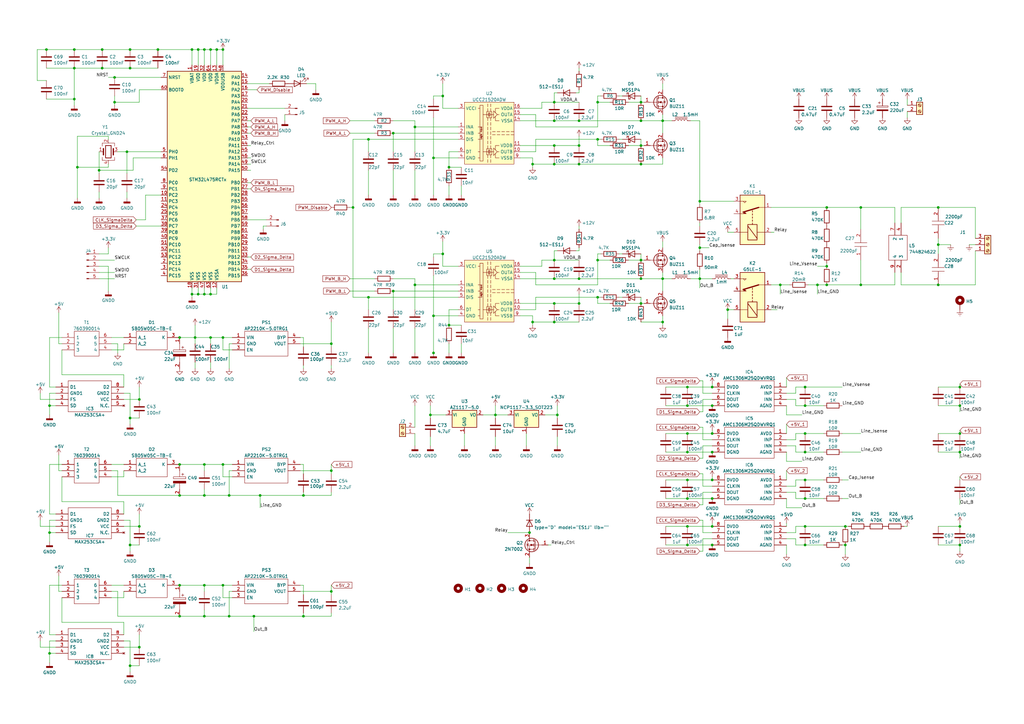
<source format=kicad_sch>
(kicad_sch (version 20211123) (generator eeschema)
  (paper "A3")
  (title_block (title "GTI version 5") (company "James Fotherby"))
  (junction (at 88.9 20.32))
  (junction (at 20.32 218.44))
  (junction (at 170.18 116.84))
  (junction (at 20.32 166.37))
  (junction (at 78.74 120.65))
  (junction (at 281.94 185.42))
  (junction (at 384.81 85.09))
  (junction (at 384.81 100.33))
  (junction (at 292.1 223.52))
  (junction (at 52.07 62.23))
  (junction (at 57.15 265.43))
  (junction (at 30.48 20.32))
  (junction (at 353.06 85.09))
  (junction (at 281.94 158.75))
  (junction (at 330.2 177.8))
  (junction (at 46.99 41.91))
  (junction (at 281.94 166.37))
  (junction (at 227.33 132.08))
  (junction (at 262.89 41.91))
  (junction (at 292.1 185.42))
  (junction (at 384.81 116.84))
  (junction (at 218.44 132.08))
  (junction (at 393.7 166.37))
  (junction (at 330.2 196.85))
  (junction (at 124.46 252.73))
  (junction (at 393.7 185.42))
  (junction (at 41.91 27.94))
  (junction (at 181.61 39.37))
  (junction (at 287.02 114.3))
  (junction (at 64.77 20.32))
  (junction (at 262.89 106.68))
  (junction (at 281.94 177.8))
  (junction (at 330.2 223.52))
  (junction (at 93.98 252.73))
  (junction (at 151.13 57.15))
  (junction (at 31.75 68.58))
  (junction (at 245.11 57.15))
  (junction (at 177.8 144.7639))
  (junction (at 346.71 215.9))
  (junction (at 46.99 31.75))
  (junction (at 86.36 138.43))
  (junction (at 330.2 158.75))
  (junction (at 287.02 82.55))
  (junction (at 330.2 166.37))
  (junction (at 135.89 242.57))
  (junction (at 83.82 252.73))
  (junction (at 83.82 240.03))
  (junction (at 40.64 69.85))
  (junction (at 53.34 171.45))
  (junction (at 228.6 170.18))
  (junction (at 86.36 120.65))
  (junction (at 237.49 67.31))
  (junction (at 83.82 20.32))
  (junction (at 78.74 20.32))
  (junction (at 262.89 67.31))
  (junction (at 393.7 158.75))
  (junction (at 73.66 203.2))
  (junction (at 237.49 114.3))
  (junction (at 320.04 116.84))
  (junction (at 177.8 64.77))
  (junction (at 271.78 132.08))
  (junction (at 393.7 215.9))
  (junction (at 339.09 85.09))
  (junction (at 93.98 203.2))
  (junction (at 151.13 121.92))
  (junction (at 83.82 120.65))
  (junction (at 104.14 252.73))
  (junction (at 292.1 215.9))
  (junction (at 57.15 163.83))
  (junction (at 245.11 41.91))
  (junction (at 19.05 20.32))
  (junction (at 30.48 27.94))
  (junction (at 53.34 20.32))
  (junction (at 41.91 20.32))
  (junction (at 57.15 215.9))
  (junction (at 393.7 177.8))
  (junction (at 393.7 223.52))
  (junction (at 227.33 114.3))
  (junction (at 330.2 185.42))
  (junction (at 176.53 170.18))
  (junction (at 203.2 170.18))
  (junction (at 339.09 116.84))
  (junction (at 30.48 40.64))
  (junction (at 161.29 54.61))
  (junction (at 20.32 267.97))
  (junction (at 330.2 215.9))
  (junction (at 227.33 67.31))
  (junction (at 292.1 166.37))
  (junction (at 227.33 59.69))
  (junction (at 227.33 106.68))
  (junction (at 262.89 114.3))
  (junction (at 227.33 124.46))
  (junction (at 170.18 52.07))
  (junction (at 91.44 190.5))
  (junction (at 106.68 203.2))
  (junction (at 227.33 41.91))
  (junction (at 245.11 106.68))
  (junction (at 91.44 138.43))
  (junction (at 281.94 204.47))
  (junction (at 271.78 114.3))
  (junction (at 184.15 133.35))
  (junction (at 292.1 177.8))
  (junction (at 53.34 223.52))
  (junction (at 83.82 203.2))
  (junction (at 73.66 138.43))
  (junction (at 53.34 273.05))
  (junction (at 346.71 223.52))
  (junction (at 135.89 193.04))
  (junction (at 161.29 119.38))
  (junction (at 287.02 101.6))
  (junction (at 237.49 124.46))
  (junction (at 91.44 240.03))
  (junction (at 181.61 104.14))
  (junction (at 271.78 49.53))
  (junction (at 81.28 20.32))
  (junction (at 86.36 20.32))
  (junction (at 262.89 49.53))
  (junction (at 335.28 116.84))
  (junction (at 177.8 129.54))
  (junction (at 73.66 240.03))
  (junction (at 353.06 116.84))
  (junction (at 144.78 85.09))
  (junction (at 237.49 59.69))
  (junction (at 292.1 196.85))
  (junction (at 53.34 27.94))
  (junction (at 227.33 49.53))
  (junction (at 339.09 109.22))
  (junction (at 330.2 204.47))
  (junction (at 73.66 252.73))
  (junction (at 218.44 67.31))
  (junction (at 184.15 68.58))
  (junction (at 135.89 140.97))
  (junction (at 124.46 203.2))
  (junction (at 81.28 120.65))
  (junction (at 80.01 138.43))
  (junction (at 281.94 223.52))
  (junction (at 73.66 190.5))
  (junction (at 292.1 204.47))
  (junction (at 245.11 121.92))
  (junction (at 217.17 218.44))
  (junction (at 292.1 158.75))
  (junction (at 262.89 59.69))
  (junction (at 281.94 196.85))
  (junction (at 262.89 124.46))
  (junction (at 281.94 215.9))
  (junction (at 83.82 190.5))
  (junction (at 298.45 127))
  (junction (at 237.49 49.53))
  (junction (at 91.44 20.32))
  (wire (pts (xy 50.8 240.03) (xy 45.72 240.03)))
  (wire (pts (xy 124.46 252.73) (xy 135.89 252.73)))
  (wire (pts (xy 46.99 43.18) (xy 46.99 41.91)))
  (wire (pts (xy 400.05 102.87) (xy 400.05 116.84)))
  (wire (pts (xy 326.39 204.47) (xy 330.2 204.47)))
  (wire (pts (xy 222.25 106.68) (xy 227.33 106.68)))
  (wire (pts (xy 25.4 143.51) (xy 25.4 153.67)))
  (wire (pts (xy 44.45 101.6) (xy 44.45 104.14)))
  (wire (pts (xy 20.32 161.29) (xy 22.86 161.29)))
  (wire (pts (xy 161.29 49.53) (xy 170.18 49.53)))
  (wire (pts (xy 91.44 195.58) (xy 95.25 195.58)))
  (wire (pts (xy 45.72 138.43) (xy 50.8 138.43)))
  (wire (pts (xy 52.07 78.74) (xy 52.07 81.28)))
  (wire (pts (xy 161.29 144.78) (xy 161.29 134.62)))
  (wire (pts (xy 292.1 201.93) (xy 288.29 201.93)))
  (wire (pts (xy 106.68 208.28) (xy 106.68 203.2)))
  (wire (pts (xy 50.8 265.43) (xy 57.15 265.43)))
  (wire (pts (xy 222.25 106.68) (xy 222.25 109.22)))
  (wire (pts (xy 124.46 201.93) (xy 124.46 203.2)))
  (wire (pts (xy 218.44 132.08) (xy 227.33 132.08)))
  (wire (pts (xy 177.8 144.7639) (xy 177.8 129.54)))
  (wire (pts (xy 88.9 20.32) (xy 91.44 20.32)))
  (wire (pts (xy 57.15 215.9) (xy 57.15 210.82)))
  (wire (pts (xy 41.91 27.94) (xy 53.34 27.94)))
  (wire (pts (xy 237.49 27.94) (xy 237.49 29.21)))
  (wire (pts (xy 20.32 190.5) (xy 20.32 210.82)))
  (wire (pts (xy 237.49 93.98) (xy 237.49 92.71)))
  (wire (pts (xy 181.61 44.45) (xy 187.96 44.45)))
  (wire (pts (xy 143.51 85.09) (xy 144.78 85.09)))
  (wire (pts (xy 228.6 171.45) (xy 228.6 170.18)))
  (wire (pts (xy 281.94 166.37) (xy 292.1 166.37)))
  (wire (pts (xy 322.58 189.23) (xy 328.93 189.23)))
  (wire (pts (xy 254 57.15) (xy 255.27 57.15)))
  (wire (pts (xy 245.11 104.14) (xy 245.11 106.68)))
  (wire (pts (xy 326.39 201.93) (xy 326.39 204.47)))
  (wire (pts (xy 287.02 194.31) (xy 288.29 194.31)))
  (wire (pts (xy 135.89 194.31) (xy 135.89 193.04)))
  (wire (pts (xy 45.72 140.97) (xy 48.26 140.97)))
  (wire (pts (xy 219.71 111.76) (xy 219.71 116.84)))
  (wire (pts (xy 262.89 104.14) (xy 262.89 106.68)))
  (wire (pts (xy 281.94 204.47) (xy 292.1 204.47)))
  (wire (pts (xy 190.5 177.8) (xy 190.5 182.88)))
  (wire (pts (xy 287.02 114.3) (xy 287.02 118.11)))
  (wire (pts (xy 326.39 182.88) (xy 326.39 185.42)))
  (wire (pts (xy 273.05 177.8) (xy 281.94 177.8)))
  (wire (pts (xy 95.25 140.97) (xy 93.98 140.97)))
  (wire (pts (xy 257.81 106.68) (xy 262.89 106.68)))
  (wire (pts (xy 287.02 83.82) (xy 287.02 82.55)))
  (wire (pts (xy 237.49 114.3) (xy 262.89 114.3)))
  (wire (pts (xy 287.02 156.21) (xy 288.29 156.21)))
  (wire (pts (xy 203.2 170.18) (xy 208.28 170.18)))
  (wire (pts (xy 237.49 106.68) (xy 227.33 106.68)))
  (wire (pts (xy 245.11 106.68) (xy 250.19 106.68)))
  (wire (pts (xy 170.18 144.78) (xy 170.18 134.62)))
  (wire (pts (xy 222.25 41.91) (xy 222.25 44.45)))
  (wire (pts (xy 337.82 166.37) (xy 330.2 166.37)))
  (wire (pts (xy 287.02 101.6) (xy 290.83 101.6)))
  (wire (pts (xy 337.82 223.52) (xy 330.2 223.52)))
  (wire (pts (xy 83.82 240.03) (xy 91.44 240.03)))
  (wire (pts (xy 48.26 242.57) (xy 48.26 252.73)))
  (wire (pts (xy 227.33 114.3) (xy 237.49 114.3)))
  (wire (pts (xy 326.39 220.98) (xy 326.39 223.52)))
  (wire (pts (xy 246.38 104.14) (xy 245.11 104.14)))
  (wire (pts (xy 50.8 163.83) (xy 57.15 163.83)))
  (wire (pts (xy 95.25 193.04) (xy 93.98 193.04)))
  (wire (pts (xy 181.61 104.14) (xy 181.61 109.22)))
  (wire (pts (xy 20.32 222.25) (xy 20.32 218.44)))
  (wire (pts (xy 16.51 163.83) (xy 16.51 161.29)))
  (wire (pts (xy 218.44 67.31) (xy 227.33 67.31)))
  (wire (pts (xy 177.8 64.77) (xy 187.96 64.77)))
  (wire (pts (xy 46.99 31.75) (xy 66.04 31.75)))
  (wire (pts (xy 44.45 57.15) (xy 44.45 55.88)))
  (wire (pts (xy 83.82 203.2) (xy 83.82 200.66)))
  (wire (pts (xy 83.82 240.03) (xy 73.66 240.03)))
  (wire (pts (xy 86.36 138.43) (xy 91.44 138.43)))
  (wire (pts (xy 64.77 20.32) (xy 78.74 20.32)))
  (wire (pts (xy 245.11 116.84) (xy 245.11 106.68)))
  (wire (pts (xy 322.58 193.04) (xy 322.58 196.85)))
  (wire (pts (xy 292.1 214.63) (xy 292.1 215.9)))
  (wire (pts (xy 187.96 62.23) (xy 184.15 62.23)))
  (wire (pts (xy 93.98 203.2) (xy 106.68 203.2)))
  (wire (pts (xy 347.98 204.47) (xy 345.44 204.47)))
  (wire (pts (xy 367.03 111.76) (xy 367.03 116.84)))
  (wire (pts (xy 184.15 144.78) (xy 184.15 140.97)))
  (wire (pts (xy 143.51 114.3) (xy 153.67 114.3)))
  (wire (pts (xy 287.02 213.36) (xy 288.29 213.36)))
  (wire (pts (xy 22.86 215.9) (xy 16.51 215.9)))
  (wire (pts (xy 316.23 116.84) (xy 320.04 116.84)))
  (wire (pts (xy 78.74 26.67) (xy 78.74 20.32)))
  (wire (pts (xy 330.2 158.75) (xy 345.44 158.75)))
  (wire (pts (xy 20.32 271.78) (xy 20.32 267.97)))
  (wire (pts (xy 20.32 166.37) (xy 20.32 161.29)))
  (wire (pts (xy 326.39 185.42) (xy 330.2 185.42)))
  (wire (pts (xy 22.86 218.44) (xy 20.32 218.44)))
  (wire (pts (xy 124.46 190.5) (xy 123.19 190.5)))
  (wire (pts (xy 292.1 176.53) (xy 292.1 177.8)))
  (wire (pts (xy 217.17 231.14) (xy 217.17 228.6)))
  (wire (pts (xy 124.46 240.03) (xy 124.46 243.84)))
  (wire (pts (xy 50.8 213.36) (xy 53.34 213.36)))
  (wire (pts (xy 288.29 180.34) (xy 288.29 175.26)))
  (wire (pts (xy 45.72 195.58) (xy 50.8 195.58)))
  (wire (pts (xy 227.33 49.53) (xy 237.49 49.53)))
  (wire (pts (xy 262.89 49.53) (xy 271.78 49.53)))
  (wire (pts (xy 218.44 133.35) (xy 218.44 132.08)))
  (wire (pts (xy 287.02 175.26) (xy 288.29 175.26)))
  (wire (pts (xy 330.2 215.9) (xy 346.71 215.9)))
  (wire (pts (xy 64.77 27.94) (xy 53.34 27.94)))
  (wire (pts (xy 288.29 161.29) (xy 288.29 156.21)))
  (wire (pts (xy 213.36 111.76) (xy 219.71 111.76)))
  (wire (pts (xy 40.64 109.22) (xy 44.45 109.22)))
  (wire (pts (xy 228.6 166.37) (xy 228.6 170.18)))
  (wire (pts (xy 298.45 95.25) (xy 300.99 95.25)))
  (wire (pts (xy 322.58 182.88) (xy 326.39 182.88)))
  (wire (pts (xy 245.11 41.91) (xy 250.19 41.91)))
  (wire (pts (xy 44.45 109.22) (xy 44.45 119.38)))
  (wire (pts (xy 292.1 220.98) (xy 288.29 220.98)))
  (wire (pts (xy 335.28 116.84) (xy 339.09 116.84)))
  (wire (pts (xy 45.72 245.11) (xy 50.8 245.11)))
  (wire (pts (xy 151.13 121.92) (xy 151.13 127)))
  (wire (pts (xy 144.78 85.09) (xy 144.78 57.15)))
  (wire (pts (xy 219.71 52.07) (xy 245.11 52.07)))
  (wire (pts (xy 372.11 215.9) (xy 370.84 215.9)))
  (wire (pts (xy 22.86 166.37) (xy 20.32 166.37)))
  (wire (pts (xy 110.49 34.29) (xy 101.6 34.29)))
  (wire (pts (xy 389.89 100.33) (xy 384.81 100.33)))
  (wire (pts (xy 24.13 186.69) (xy 24.13 193.04)))
  (wire (pts (xy 271.78 34.29) (xy 271.78 36.83)))
  (wire (pts (xy 101.6 67.31) (xy 102.87 67.31)))
  (wire (pts (xy 237.49 120.65) (xy 237.49 124.46)))
  (wire (pts (xy 83.82 242.57) (xy 83.82 240.03)))
  (wire (pts (xy 189.23 68.58) (xy 184.15 68.58)))
  (wire (pts (xy 16.51 215.9) (xy 16.51 213.36)))
  (wire (pts (xy 66.04 64.77) (xy 54.61 64.77)))
  (wire (pts (xy 292.1 215.9) (xy 281.94 215.9)))
  (wire (pts (xy 124.46 251.46) (xy 124.46 252.73)))
  (wire (pts (xy 80.01 151.13) (xy 80.01 148.59)))
  (wire (pts (xy 262.89 67.31) (xy 271.78 67.31)))
  (wire (pts (xy 322.58 220.98) (xy 326.39 220.98)))
  (wire (pts (xy 393.7 187.96) (xy 393.7 185.42)))
  (wire (pts (xy 50.8 190.5) (xy 45.72 190.5)))
  (wire (pts (xy 353.06 116.84) (xy 367.03 116.84)))
  (wire (pts (xy 326.39 215.9) (xy 330.2 215.9)))
  (wire (pts (xy 177.8 48.26) (xy 177.8 64.77)))
  (wire (pts (xy 322.58 218.44) (xy 326.39 218.44)))
  (wire (pts (xy 22.86 260.35) (xy 20.32 260.35)))
  (wire (pts (xy 54.61 69.85) (xy 40.64 69.85)))
  (wire (pts (xy 228.6 38.1) (xy 227.33 38.1)))
  (wire (pts (xy 322.58 214.63) (xy 322.58 215.9)))
  (wire (pts (xy 57.15 36.83) (xy 66.04 36.83)))
  (wire (pts (xy 326.39 199.39) (xy 326.39 196.85)))
  (wire (pts (xy 177.8 144.78) (xy 177.8 144.7639)))
  (wire (pts (xy 91.44 245.11) (xy 91.44 240.03)))
  (wire (pts (xy 161.29 80.01) (xy 161.29 69.85)))
  (wire (pts (xy 271.78 49.53) (xy 271.78 46.99)))
  (wire (pts (xy 20.32 213.36) (xy 22.86 213.36)))
  (wire (pts (xy 102.87 49.53) (xy 101.6 49.53)))
  (wire (pts (xy 298.45 127) (xy 300.99 127)))
  (wire (pts (xy 86.36 138.43) (xy 80.01 138.43)))
  (wire (pts (xy 245.11 57.15) (xy 219.71 57.15)))
  (wire (pts (xy 322.58 223.52) (xy 322.58 227.33)))
  (wire (pts (xy 189.23 80.01) (xy 189.23 76.2)))
  (wire (pts (xy 326.39 177.8) (xy 330.2 177.8)))
  (wire (pts (xy 177.8 129.54) (xy 187.96 129.54)))
  (wire (pts (xy 78.74 121.92) (xy 78.74 120.65)))
  (wire (pts (xy 384.81 215.9) (xy 393.7 215.9)))
  (wire (pts (xy 91.44 190.5) (xy 95.25 190.5)))
  (wire (pts (xy 322.58 201.93) (xy 326.39 201.93)))
  (wire (pts (xy 400.05 85.09) (xy 384.81 85.09)))
  (wire (pts (xy 273.05 185.42) (xy 281.94 185.42)))
  (wire (pts (xy 187.96 121.92) (xy 151.13 121.92)))
  (wire (pts (xy 83.82 193.04) (xy 83.82 190.5)))
  (wire (pts (xy 135.89 142.24) (xy 135.89 140.97)))
  (wire (pts (xy 208.28 218.44) (xy 217.17 218.44)))
  (wire (pts (xy 213.36 124.46) (xy 227.33 124.46)))
  (wire (pts (xy 181.61 39.37) (xy 181.61 44.45)))
  (wire (pts (xy 53.34 20.32) (xy 64.77 20.32)))
  (wire (pts (xy 287.02 207.01) (xy 288.29 207.01)))
  (wire (pts (xy 25.4 240.03) (xy 20.32 240.03)))
  (wire (pts (xy 337.82 185.42) (xy 330.2 185.42)))
  (wire (pts (xy 187.96 127) (xy 184.15 127)))
  (wire (pts (xy 237.49 67.31) (xy 262.89 67.31)))
  (wire (pts (xy 287.02 100.33) (xy 287.02 101.6)))
  (wire (pts (xy 353.06 177.8) (xy 345.44 177.8)))
  (wire (pts (xy 326.39 218.44) (xy 326.39 215.9)))
  (wire (pts (xy 384.81 100.33) (xy 384.81 104.14)))
  (wire (pts (xy 83.82 190.5) (xy 91.44 190.5)))
  (wire (pts (xy 187.96 57.15) (xy 151.13 57.15)))
  (wire (pts (xy 25.4 245.11) (xy 25.4 255.27)))
  (wire (pts (xy 288.29 163.83) (xy 288.29 168.91)))
  (wire (pts (xy 20.32 262.89) (xy 22.86 262.89)))
  (wire (pts (xy 184.15 127) (xy 184.15 133.35)))
  (wire (pts (xy 283.21 114.3) (xy 287.02 114.3)))
  (wire (pts (xy 30.48 43.18) (xy 30.48 40.64)))
  (wire (pts (xy 124.46 149.86) (xy 124.46 151.13)))
  (wire (pts (xy 316.23 85.09) (xy 339.09 85.09)))
  (wire (pts (xy 331.47 116.84) (xy 335.28 116.84)))
  (wire (pts (xy 326.39 158.75) (xy 330.2 158.75)))
  (wire (pts (xy 246.38 57.15) (xy 245.11 57.15)))
  (wire (pts (xy 215.9 177.8) (xy 215.9 182.88)))
  (wire (pts (xy 320.04 120.65) (xy 320.04 116.84)))
  (wire (pts (xy 271.78 133.35) (xy 271.78 132.08)))
  (wire (pts (xy 271.78 114.3) (xy 271.78 111.76)))
  (wire (pts (xy 135.89 240.03) (xy 135.89 242.57)))
  (wire (pts (xy 326.39 180.34) (xy 326.39 177.8)))
  (wire (pts (xy 161.29 114.3) (xy 170.18 114.3)))
  (wire (pts (xy 24.13 140.97) (xy 25.4 140.97)))
  (wire (pts (xy 91.44 20.32) (xy 91.44 26.67)))
  (wire (pts (xy 59.69 80.01) (xy 59.69 90.17)))
  (wire (pts (xy 101.6 36.83) (xy 105.41 36.83)))
  (wire (pts (xy 384.81 177.8) (xy 393.7 177.8)))
  (wire (pts (xy 262.89 57.15) (xy 262.89 59.69)))
  (wire (pts (xy 384.81 185.42) (xy 393.7 185.42)))
  (wire (pts (xy 143.51 119.38) (xy 153.67 119.38)))
  (wire (pts (xy 124.46 203.2) (xy 135.89 203.2)))
  (wire (pts (xy 93.98 193.04) (xy 93.98 203.2)))
  (wire (pts (xy 46.99 41.91) (xy 46.99 39.37)))
  (wire (pts (xy 198.12 170.18) (xy 203.2 170.18)))
  (wire (pts (xy 93.98 252.73) (xy 104.14 252.73)))
  (wire (pts (xy 48.26 252.73) (xy 73.66 252.73)))
  (wire (pts (xy 227.33 38.1) (xy 227.33 41.91)))
  (wire (pts (xy 262.89 132.08) (xy 271.78 132.08)))
  (wire (pts (xy 57.15 36.83) (xy 57.15 41.91)))
  (wire (pts (xy 24.13 236.22) (xy 24.13 242.57)))
  (wire (pts (xy 170.18 49.53) (xy 170.18 52.07)))
  (wire (pts (xy 107.95 93.98) (xy 107.95 92.71)))
  (wire (pts (xy 50.8 195.58) (xy 50.8 193.04)))
  (wire (pts (xy 339.09 85.09) (xy 353.06 85.09)))
  (wire (pts (xy 91.44 138.43) (xy 95.25 138.43)))
  (wire (pts (xy 237.49 49.53) (xy 262.89 49.53)))
  (wire (pts (xy 237.49 102.87) (xy 237.49 101.6)))
  (wire (pts (xy 44.45 104.14) (xy 40.64 104.14)))
  (wire (pts (xy 287.02 226.06) (xy 288.29 226.06)))
  (wire (pts (xy 281.94 185.42) (xy 292.1 185.42)))
  (wire (pts (xy 124.46 138.43) (xy 123.19 138.43)))
  (wire (pts (xy 101.6 44.45) (xy 116.84 44.45)))
  (wire (pts (xy 48.26 62.23) (xy 52.07 62.23)))
  (wire (pts (xy 135.89 203.2) (xy 135.89 201.93)))
  (wire (pts (xy 257.81 41.91) (xy 262.89 41.91)))
  (wire (pts (xy 24.13 128.27) (xy 24.13 140.97)))
  (wire (pts (xy 44.45 67.31) (xy 44.45 68.58)))
  (wire (pts (xy 81.28 118.11) (xy 81.28 120.65)))
  (wire (pts (xy 50.8 255.27) (xy 50.8 260.35)))
  (wire (pts (xy 353.06 106.68) (xy 353.06 116.84)))
  (wire (pts (xy 170.18 116.84) (xy 170.18 127)))
  (wire (pts (xy 91.44 240.03) (xy 95.25 240.03)))
  (wire (pts (xy 369.57 85.09) (xy 384.81 85.09)))
  (wire (pts (xy 57.15 171.45) (xy 53.34 171.45)))
  (wire (pts (xy 322.58 204.47) (xy 322.58 208.28)))
  (wire (pts (xy 50.8 245.11) (xy 50.8 242.57)))
  (wire (pts (xy 316.23 95.25) (xy 317.5 95.25)))
  (wire (pts (xy 287.02 114.3) (xy 292.1 114.3)))
  (wire (pts (xy 213.36 46.99) (xy 219.71 46.99)))
  (wire (pts (xy 143.51 49.53) (xy 153.67 49.53)))
  (wire (pts (xy 83.82 252.73) (xy 83.82 250.19)))
  (wire (pts (xy 73.66 203.2) (xy 83.82 203.2)))
  (wire (pts (xy 53.34 223.52) (xy 53.34 226.06)))
  (wire (pts (xy 245.11 124.46) (xy 245.11 121.92)))
  (wire (pts (xy 213.36 49.53) (xy 227.33 49.53)))
  (wire (pts (xy 102.87 54.61) (xy 101.6 54.61)))
  (wire (pts (xy 219.71 62.23) (xy 213.36 62.23)))
  (wire (pts (xy 45.72 193.04) (xy 48.26 193.04)))
  (wire (pts (xy 273.05 215.9) (xy 281.94 215.9)))
  (wire (pts (xy 264.16 59.69) (xy 262.89 59.69)))
  (wire (pts (xy 283.21 49.53) (xy 287.02 49.53)))
  (wire (pts (xy 346.71 227.33) (xy 346.71 223.52)))
  (wire (pts (xy 135.89 190.5) (xy 135.89 193.04)))
  (wire (pts (xy 19.05 40.64) (xy 30.48 40.64)))
  (wire (pts (xy 176.53 170.18) (xy 182.88 170.18)))
  (wire (pts (xy 264.16 124.46) (xy 262.89 124.46)))
  (wire (pts (xy 50.8 143.51) (xy 50.8 140.97)))
  (wire (pts (xy 299.72 114.3) (xy 300.99 114.3)))
  (wire (pts (xy 393.7 168.91) (xy 393.7 166.37)))
  (wire (pts (xy 129.54 36.83) (xy 129.54 34.29)))
  (wire (pts (xy 20.32 267.97) (xy 20.32 262.89)))
  (wire (pts (xy 170.18 52.07) (xy 170.18 62.23)))
  (wire (pts (xy 44.45 55.88) (xy 31.75 55.88)))
  (wire (pts (xy 288.29 182.88) (xy 288.29 187.96)))
  (wire (pts (xy 170.18 177.8) (xy 170.18 182.88)))
  (wire (pts (xy 335.28 109.22) (xy 339.09 109.22)))
  (wire (pts (xy 292.1 182.88) (xy 288.29 182.88)))
  (wire (pts (xy 25.4 205.74) (xy 50.8 205.74)))
  (wire (pts (xy 135.89 251.46) (xy 135.89 252.73)))
  (wire (pts (xy 262.89 114.3) (xy 271.78 114.3)))
  (wire (pts (xy 322.58 173.99) (xy 322.58 177.8)))
  (wire (pts (xy 123.19 193.04) (xy 135.89 193.04)))
  (wire (pts (xy 91.44 245.11) (xy 95.25 245.11)))
  (wire (pts (xy 237.49 55.88) (xy 237.49 59.69)))
  (wire (pts (xy 57.15 273.05) (xy 53.34 273.05)))
  (wire (pts (xy 50.8 215.9) (xy 57.15 215.9)))
  (wire (pts (xy 95.25 242.57) (xy 93.98 242.57)))
  (wire (pts (xy 213.36 114.3) (xy 227.33 114.3)))
  (wire (pts (xy 91.44 143.51) (xy 91.44 138.43)))
  (wire (pts (xy 246.38 121.92) (xy 245.11 121.92)))
  (wire (pts (xy 393.7 207.01) (xy 393.7 204.47)))
  (wire (pts (xy 66.04 80.01) (xy 59.69 80.01)))
  (wire (pts (xy 161.29 127) (xy 161.29 119.38)))
  (wire (pts (xy 177.8 113.03) (xy 177.8 129.54)))
  (wire (pts (xy 81.28 120.65) (xy 78.74 120.65)))
  (wire (pts (xy 322.58 199.39) (xy 326.39 199.39)))
  (wire (pts (xy 78.74 120.65) (xy 78.74 118.11)))
  (wire (pts (xy 151.13 57.15) (xy 151.13 62.23)))
  (wire (pts (xy 78.74 20.32) (xy 81.28 20.32)))
  (wire (pts (xy 346.71 215.9) (xy 347.98 215.9)))
  (wire (pts (xy 292.1 195.58) (xy 292.1 196.85)))
  (wire (pts (xy 88.9 20.32) (xy 88.9 26.67)))
  (wire (pts (xy 288.29 199.39) (xy 288.29 194.31)))
  (wire (pts (xy 50.8 153.67) (xy 50.8 158.75)))
  (wire (pts (xy 53.34 161.29) (xy 53.34 171.45)))
  (wire (pts (xy 81.28 20.32) (xy 83.82 20.32)))
  (wire (pts (xy 44.45 68.58) (xy 31.75 68.58)))
  (wire (pts (xy 393.7 176.53) (xy 393.7 177.8)))
  (wire (pts (xy 135.89 243.84) (xy 135.89 242.57)))
  (wire (pts (xy 218.44 68.58) (xy 218.44 67.31)))
  (wire (pts (xy 337.82 196.85) (xy 330.2 196.85)))
  (wire (pts (xy 45.72 143.51) (xy 50.8 143.51)))
  (wire (pts (xy 170.18 80.01) (xy 170.18 69.85)))
  (wire (pts (xy 372.11 40.64) (xy 372.11 43.18)))
  (wire (pts (xy 91.44 143.51) (xy 95.25 143.51)))
  (wire (pts (xy 93.98 242.57) (xy 93.98 252.73)))
  (wire (pts (xy 369.57 91.44) (xy 369.57 85.09)))
  (wire (pts (xy 292.1 157.48) (xy 292.1 158.75)))
  (wire (pts (xy 400.05 85.09) (xy 400.05 97.79)))
  (wire (pts (xy 292.1 161.29) (xy 288.29 161.29)))
  (wire (pts (xy 54.61 64.77) (xy 54.61 69.85)))
  (wire (pts (xy 135.89 132.08) (xy 135.89 140.97)))
  (wire (pts (xy 176.53 179.07) (xy 176.53 182.88)))
  (wire (pts (xy 203.2 166.37) (xy 203.2 170.18)))
  (wire (pts (xy 102.87 77.47) (xy 101.6 77.47)))
  (wire (pts (xy 271.78 119.38) (xy 271.78 114.3)))
  (wire (pts (xy 288.29 220.98) (xy 288.29 226.06)))
  (wire (pts (xy 86.36 140.97) (xy 86.36 138.43)))
  (wire (pts (xy 326.39 161.29) (xy 326.39 158.75)))
  (wire (pts (xy 143.51 54.61) (xy 153.67 54.61)))
  (wire (pts (xy 25.4 190.5) (xy 20.32 190.5)))
  (wire (pts (xy 184.15 80.01) (xy 184.15 76.2)))
  (wire (pts (xy 101.6 90.17) (xy 109.22 90.17)))
  (wire (pts (xy 30.48 20.32) (xy 41.91 20.32)))
  (wire (pts (xy 400.05 116.84) (xy 384.81 116.84)))
  (wire (pts (xy 384.81 223.52) (xy 393.7 223.52)))
  (wire (pts (xy 222.25 44.45) (xy 213.36 44.45)))
  (wire (pts (xy 48.26 140.97) (xy 48.26 144.78)))
  (wire (pts (xy 83.82 118.11) (xy 83.82 120.65)))
  (wire (pts (xy 57.15 163.83) (xy 57.15 158.75)))
  (wire (pts (xy 393.7 214.63) (xy 393.7 215.9)))
  (wire (pts (xy 124.46 142.24) (xy 124.46 138.43)))
  (wire (pts (xy 228.6 179.07) (xy 228.6 182.88)))
  (wire (pts (xy 177.8 105.41) (xy 177.8 104.14)))
  (wire (pts (xy 222.25 109.22) (xy 213.36 109.22)))
  (wire (pts (xy 187.96 52.07) (xy 170.18 52.07)))
  (wire (pts (xy 292.1 158.75) (xy 281.94 158.75)))
  (wire (pts (xy 52.07 62.23) (xy 66.04 62.23)))
  (wire (pts (xy 203.2 171.45) (xy 203.2 170.18)))
  (wire (pts (xy 31.75 55.88) (xy 31.75 68.58)))
  (wire (pts (xy 384.81 97.79) (xy 384.81 100.33)))
  (wire (pts (xy 367.03 85.09) (xy 367.03 91.44)))
  (wire (pts (xy 254 121.92) (xy 255.27 121.92)))
  (wire (pts (xy 254 39.37) (xy 255.27 39.37)))
  (wire (pts (xy 326.39 163.83) (xy 326.39 166.37)))
  (wire (pts (xy 353.06 93.98) (xy 353.06 85.09)))
  (wire (pts (xy 326.39 196.85) (xy 330.2 196.85)))
  (wire (pts (xy 31.75 68.58) (xy 31.75 81.28)))
  (wire (pts (xy 203.2 179.07) (xy 203.2 182.88)))
  (wire (pts (xy 53.34 262.89) (xy 53.34 273.05)))
  (wire (pts (xy 102.87 52.07) (xy 101.6 52.07)))
  (wire (pts (xy 144.78 57.15) (xy 151.13 57.15)))
  (wire (pts (xy 335.28 120.65) (xy 335.28 116.84)))
  (wire (pts (xy 236.22 102.87) (xy 237.49 102.87)))
  (wire (pts (xy 116.84 46.99) (xy 116.84 49.53)))
  (wire (pts (xy 245.11 39.37) (xy 245.11 41.91)))
  (wire (pts (xy 25.4 195.58) (xy 25.4 205.74)))
  (wire (pts (xy 213.36 129.54) (xy 218.44 129.54)))
  (wire (pts (xy 52.07 71.12) (xy 52.07 62.23)))
  (wire (pts (xy 320.04 116.84) (xy 323.85 116.84)))
  (wire (pts (xy 322.58 208.28) (xy 328.93 208.28)))
  (wire (pts (xy 237.49 41.91) (xy 227.33 41.91)))
  (wire (pts (xy 187.96 116.84) (xy 170.18 116.84)))
  (wire (pts (xy 53.34 20.32) (xy 41.91 20.32)))
  (wire (pts (xy 237.49 59.69) (xy 227.33 59.69)))
  (wire (pts (xy 20.32 218.44) (xy 20.32 213.36)))
  (wire (pts (xy 50.8 205.74) (xy 50.8 210.82)))
  (wire (pts (xy 50.8 161.29) (xy 53.34 161.29)))
  (wire (pts (xy 83.82 20.32) (xy 83.82 26.67)))
  (wire (pts (xy 102.87 74.93) (xy 101.6 74.93)))
  (wire (pts (xy 104.14 259.08) (xy 104.14 252.73)))
  (wire (pts (xy 86.36 20.32) (xy 86.36 26.67)))
  (wire (pts (xy 245.11 59.69) (xy 245.11 57.15)))
  (wire (pts (xy 228.6 102.87) (xy 227.33 102.87)))
  (wire (pts (xy 271.78 132.08) (xy 271.78 129.54)))
  (wire (pts (xy 322.58 154.94) (xy 322.58 158.75)))
  (wire (pts (xy 170.18 114.3) (xy 170.18 116.84)))
  (wire (pts (xy 227.33 102.87) (xy 227.33 106.68)))
  (wire (pts (xy 24.13 242.57) (xy 25.4 242.57)))
  (wire (pts (xy 345.44 185.42) (xy 353.06 185.42)))
  (wire (pts (xy 346.71 223.52) (xy 345.44 223.52)))
  (wire (pts (xy 83.82 190.5) (xy 73.66 190.5)))
  (wire (pts (xy 83.82 20.32) (xy 86.36 20.32)))
  (wire (pts (xy 129.54 34.29) (xy 125.73 34.29)))
  (wire (pts (xy 20.32 240.03) (xy 20.32 260.35)))
  (wire (pts (xy 57.15 265.43) (xy 57.15 260.35)))
  (wire (pts (xy 144.78 85.09) (xy 144.78 121.92)))
  (wire (pts (xy 273.05 223.52) (xy 281.94 223.52)))
  (wire (pts (xy 161.29 62.23) (xy 161.29 54.61)))
  (wire (pts (xy 245.11 121.92) (xy 219.71 121.92)))
  (wire (pts (xy 181.61 34.29) (xy 181.61 39.37)))
  (wire (pts (xy 213.36 64.77) (xy 218.44 64.77)))
  (wire (pts (xy 298.45 130.81) (xy 298.45 127)))
  (wire (pts (xy 45.72 242.57) (xy 48.26 242.57)))
  (wire (pts (xy 22.86 163.83) (xy 16.51 163.83)))
  (wire (pts (xy 88.9 120.65) (xy 86.36 120.65)))
  (wire (pts (xy 369.57 116.84) (xy 384.81 116.84)))
  (wire (pts (xy 53.34 213.36) (xy 53.34 223.52)))
  (wire (pts (xy 59.69 90.17) (xy 55.88 90.17)))
  (wire (pts (xy 257.81 59.69) (xy 262.89 59.69)))
  (wire (pts (xy 318.77 127) (xy 316.23 127)))
  (wire (pts (xy 292.1 177.8) (xy 281.94 177.8)))
  (wire (pts (xy 30.48 27.94) (xy 41.91 27.94)))
  (wire (pts (xy 213.36 59.69) (xy 227.33 59.69)))
  (wire (pts (xy 22.86 267.97) (xy 20.32 267.97)))
  (wire (pts (xy 104.14 252.73) (xy 124.46 252.73)))
  (wire (pts (xy 246.38 39.37) (xy 245.11 39.37)))
  (wire (pts (xy 339.09 109.22) (xy 339.09 107.95)))
  (wire (pts (xy 372.11 45.72) (xy 372.11 48.26)))
  (wire (pts (xy 53.34 273.05) (xy 53.34 275.59)))
  (wire (pts (xy 170.18 166.37) (xy 170.18 175.26)))
  (wire (pts (xy 222.25 41.91) (xy 227.33 41.91)))
  (wire (pts (xy 24.13 193.04) (xy 25.4 193.04)))
  (wire (pts (xy 245.11 52.07) (xy 245.11 41.91)))
  (wire (pts (xy 101.6 64.77) (xy 102.87 64.77)))
  (wire (pts (xy 16.51 265.43) (xy 16.51 262.89)))
  (wire (pts (xy 187.96 119.38) (xy 161.29 119.38)))
  (wire (pts (xy 219.71 116.84) (xy 245.11 116.84)))
  (wire (pts (xy 177.8 40.64) (xy 177.8 39.37)))
  (wire (pts (xy 288.29 201.93) (xy 288.29 207.01)))
  (wire (pts (xy 86.36 20.32) (xy 88.9 20.32)))
  (wire (pts (xy 287.02 49.53) (xy 287.02 82.55)))
  (wire (pts (xy 393.7 226.06) (xy 393.7 223.52)))
  (wire (pts (xy 254 104.14) (xy 255.27 104.14)))
  (wire (pts (xy 53.34 171.45) (xy 53.34 173.99)))
  (wire (pts (xy 151.13 80.01) (xy 151.13 69.85)))
  (wire (pts (xy 177.8 39.37) (xy 181.61 39.37)))
  (wire (pts (xy 48.26 193.04) (xy 48.26 203.2)))
  (wire (pts (xy 275.59 114.3) (xy 271.78 114.3)))
  (wire (pts (xy 22.86 265.43) (xy 16.51 265.43)))
  (wire (pts (xy 326.39 166.37) (xy 330.2 166.37)))
  (wire (pts (xy 83.82 120.65) (xy 81.28 120.65)))
  (wire (pts (xy 135.89 151.13) (xy 135.89 149.86)))
  (wire (pts (xy 227.33 124.46) (xy 237.49 124.46)))
  (wire (pts (xy 227.33 132.08) (xy 237.49 132.08)))
  (wire (pts (xy 46.99 111.76) (xy 40.64 111.76)))
  (wire (pts (xy 292.1 199.39) (xy 288.29 199.39)))
  (wire (pts (xy 271.78 49.53) (xy 271.78 54.61)))
  (wire (pts (xy 57.15 223.52) (xy 53.34 223.52)))
  (wire (pts (xy 86.36 151.13) (xy 86.36 148.59)))
  (wire (pts (xy 30.48 40.64) (xy 30.48 27.94)))
  (wire (pts (xy 181.61 109.22) (xy 187.96 109.22)))
  (wire (pts (xy 287.02 82.55) (xy 300.99 82.55)))
  (wire (pts (xy 219.71 46.99) (xy 219.71 52.07)))
  (wire (pts (xy 275.59 49.53) (xy 271.78 49.53)))
  (wire (pts (xy 262.89 121.92) (xy 262.89 124.46)))
  (wire (pts (xy 292.1 196.85) (xy 281.94 196.85)))
  (wire (pts (xy 40.64 106.68) (xy 46.99 106.68)))
  (wire (pts (xy 287.02 110.49) (xy 287.02 114.3)))
  (wire (pts (xy 102.87 59.69) (xy 101.6 59.69)))
  (wire (pts (xy 288.29 218.44) (xy 288.29 213.36)))
  (wire (pts (xy 322.58 185.42) (xy 322.58 189.23)))
  (wire (pts (xy 83.82 203.2) (xy 93.98 203.2)))
  (wire (pts (xy 144.78 121.92) (xy 151.13 121.92)))
  (wire (pts (xy 292.1 180.34) (xy 288.29 180.34)))
  (wire (pts (xy 322.58 166.37) (xy 322.58 170.18)))
  (wire (pts (xy 326.39 223.52) (xy 330.2 223.52)))
  (wire (pts (xy 86.36 120.65) (xy 83.82 120.65)))
  (wire (pts (xy 80.01 138.43) (xy 73.66 138.43)))
  (wire (pts (xy 20.32 138.43) (xy 20.32 158.75)))
  (wire (pts (xy 176.53 166.37) (xy 176.53 170.18)))
  (wire (pts (xy 184.15 62.23) (xy 184.15 68.58)))
  (wire (pts (xy 237.49 36.83) (xy 237.49 38.1)))
  (wire (pts (xy 219.71 127) (xy 213.36 127)))
  (wire (pts (xy 347.98 196.85) (xy 345.44 196.85)))
  (wire (pts (xy 287.02 168.91) (xy 288.29 168.91)))
  (wire (pts (xy 273.05 204.47) (xy 281.94 204.47)))
  (wire (pts (xy 46.99 41.91) (xy 57.15 41.91)))
  (wire (pts (xy 369.57 111.76) (xy 369.57 116.84)))
  (wire (pts (xy 271.78 67.31) (xy 271.78 64.77)))
  (wire (pts (xy 15.24 33.02) (xy 15.24 20.32)))
  (wire (pts (xy 25.4 153.67) (xy 50.8 153.67)))
  (wire (pts (xy 22.86 210.82) (xy 20.32 210.82)))
  (wire (pts (xy 88.9 118.11) (xy 88.9 120.65)))
  (wire (pts (xy 86.36 118.11) (xy 86.36 120.65)))
  (wire (pts (xy 219.71 121.92) (xy 219.71 127)))
  (wire (pts (xy 81.28 20.32) (xy 81.28 26.67)))
  (wire (pts (xy 273.05 166.37) (xy 281.94 166.37)))
  (wire (pts (xy 124.46 240.03) (xy 123.19 240.03)))
  (wire (pts (xy 40.64 62.23) (xy 40.64 69.85)))
  (wire (pts (xy 44.45 31.75) (xy 46.99 31.75)))
  (wire (pts (xy 219.71 57.15) (xy 219.71 62.23)))
  (wire (pts (xy 19.05 27.94) (xy 30.48 27.94)))
  (wire (pts (xy 218.44 64.77) (xy 218.44 67.31)))
  (wire (pts (xy 322.58 180.34) (xy 326.39 180.34)))
  (wire (pts (xy 177.8 104.14) (xy 181.61 104.14)))
  (wire (pts (xy 400.05 100.33) (xy 397.51 100.33)))
  (wire (pts (xy 322.58 161.29) (xy 326.39 161.29)))
  (wire (pts (xy 257.81 124.46) (xy 262.89 124.46)))
  (wire (pts (xy 55.88 92.71) (xy 66.04 92.71)))
  (wire (pts (xy 80.01 140.97) (xy 80.01 138.43)))
  (wire (pts (xy 287.02 91.44) (xy 287.02 92.71)))
  (wire (pts (xy 101.6 110.49) (xy 102.87 110.49)))
  (wire (pts (xy 337.82 204.47) (xy 330.2 204.47)))
  (wire (pts (xy 287.02 102.87) (xy 287.02 101.6)))
  (wire (pts (xy 22.86 158.75) (xy 20.32 158.75)))
  (wire (pts (xy 273.05 196.85) (xy 281.94 196.85)))
  (wire (pts (xy 40.64 71.12) (xy 40.64 69.85)))
  (wire (pts (xy 40.64 81.28) (xy 40.64 78.74)))
  (wire (pts (xy 228.6 170.18) (xy 223.52 170.18)))
  (wire (pts (xy 189.23 144.78) (xy 189.23 140.97)))
  (wire (pts (xy 124.46 194.31) (xy 124.46 190.5)))
  (wire (pts (xy 237.49 38.1) (xy 236.22 38.1)))
  (wire (pts (xy 15.24 20.32) (xy 19.05 20.32)))
  (wire (pts (xy 264.16 106.68) (xy 262.89 106.68)))
  (wire (pts (xy 218.44 129.54) (xy 218.44 132.08)))
  (wire (pts (xy 177.8 80.01) (xy 177.8 64.77)))
  (wire (pts (xy 181.61 99.06) (xy 181.61 104.14)))
  (wire (pts (xy 292.1 163.83) (xy 288.29 163.83)))
  (wire (pts (xy 287.02 187.96) (xy 288.29 187.96)))
  (wire (pts (xy 80.01 133.35) (xy 80.01 138.43)))
  (wire (pts (xy 176.53 171.45) (xy 176.53 170.18)))
  (wire (pts (xy 339.09 116.84) (xy 353.06 116.84)))
  (wire (pts (xy 20.32 138.43) (xy 25.4 138.43)))
  (wire (pts (xy 20.32 170.18) (xy 20.32 166.37)))
  (wire (pts (xy 189.23 133.35) (xy 184.15 133.35)))
  (wire (pts (xy 123.19 140.97) (xy 135.89 140.97)))
  (wire (pts (xy 281.94 223.52) (xy 292.1 223.52)))
  (wire (pts (xy 250.19 59.69) (xy 245.11 59.69)))
  (wire (pts (xy 46.99 114.3) (xy 40.64 114.3)))
  (wire (pts (xy 273.05 158.75) (xy 281.94 158.75)))
  (wire (pts (xy 93.98 140.97) (xy 93.98 151.13)))
  (wire (pts (xy 124.46 203.2) (xy 106.68 203.2)))
  (wire (pts (xy 25.4 255.27) (xy 50.8 255.27)))
  (wire (pts (xy 48.26 203.2) (xy 73.66 203.2)))
  (wire (pts (xy 393.7 195.58) (xy 393.7 196.85)))
  (wire (pts (xy 264.16 41.91) (xy 262.89 41.91)))
  (wire (pts (xy 224.79 223.52) (xy 226.06 223.52)))
  (wire (pts (xy 102.87 105.41) (xy 101.6 105.41)))
  (wire (pts (xy 292.1 218.44) (xy 288.29 218.44)))
  (wire (pts (xy 107.95 92.71) (xy 109.22 92.71)))
  (wire (pts (xy 227.33 67.31) (xy 237.49 67.31)))
  (wire (pts (xy 250.19 124.46) (xy 245.11 124.46)))
  (wire (pts (xy 19.05 33.02) (xy 15.24 33.02)))
  (wire (pts (xy 353.06 85.09) (xy 367.03 85.09)))
  (wire (pts (xy 73.66 252.73) (xy 83.82 252.73)))
  (wire (pts (xy 91.44 195.58) (xy 91.44 190.5)))
  (wire (pts (xy 50.8 262.89) (xy 53.34 262.89)))
  (wire (pts (xy 322.58 163.83) (xy 326.39 163.83)))
  (wire (pts (xy 384.81 166.37) (xy 393.7 166.37)))
  (wire (pts (xy 322.58 170.18) (xy 328.93 170.18)))
  (wire (pts (xy 384.81 158.75) (xy 393.7 158.75)))
  (wire (pts (xy 83.82 252.73) (xy 93.98 252.73)))
  (wire (pts (xy 271.78 99.06) (xy 271.78 101.6)))
  (wire (pts (xy 19.05 20.32) (xy 30.48 20.32)))
  (wire (pts (xy 151.13 144.78) (xy 151.13 134.62)))
  (wire (pts (xy 101.6 69.85) (xy 102.87 69.85)))
  (wire (pts (xy 337.82 177.8) (xy 330.2 177.8)))
  (wire (pts (xy 187.96 54.61) (xy 161.29 54.61)))
  (wire (pts (xy 393.7 157.48) (xy 393.7 158.75)))
  (wire (pts (xy 123.19 242.57) (xy 135.89 242.57)))
  (wire (pts (xy 262.89 39.37) (xy 262.89 41.91)))
  (label "Relay_Ctrl" (at 102.87 59.69 0))
  (label "Line_Vsense" (at 345.44 158.75 0))
  (label "Line_GND" (at 328.93 170.18 0))
  (label "SWCLK" (at 46.99 106.68 0))
  (label "Cap_Isense" (at 290.83 101.6 0))
  (label "Line_Isense" (at 353.06 177.8 0))
  (label "Line_GND" (at 353.06 185.42 0))
  (label "Out_B" (at 347.98 204.47 0))
  (label "Out_B" (at 393.7 207.01 0))
  (label "Relay" (at 316.23 127 0))
  (label "NRST" (at 44.45 31.75 180))
  (label "Relay" (at 208.28 218.44 180))
  (label "NRST" (at 46.99 114.3 0))
  (label "Line_GND" (at 393.7 168.91 0))
  (label "SWDIO" (at 102.87 64.77 0))
  (label "Out_B" (at 328.93 208.28 0))
  (label "Line_GND" (at 345.44 166.37 0))
  (label "Line_Vsense" (at 335.28 109.22 180))
  (label "Out_B" (at 104.14 259.08 0))
  (label "Cap_Isense" (at 347.98 196.85 0))
  (label "Line_GND" (at 328.93 189.23 0))
  (label "VDDA_A" (at 229.87 41.91 0))
  (label "SWCLK" (at 102.87 67.31 0))
  (label "Relay_Ctrl" (at 226.06 223.52 0))
  (label "Line_Isense" (at 320.04 120.65 0))
  (label "SWDIO" (at 46.99 111.76 0))
  (label "Line_GND" (at 106.68 208.28 0))
  (label "Line_GND" (at 335.28 120.65 0))
  (label "Out_B" (at 287.02 118.11 0))
  (label "Relay" (at 317.5 95.25 0))
  (label "VDDA_B" (at 231.14 106.68 0))
  (label "Line_GND" (at 393.7 187.96 0))
  (global_label "D1_Sigma_Delta" (shape input) (at 102.87 110.49 0) (property "Intersheet References" "${INTERSHEET_REFS}" (effects hide)))
  (global_label "+5V_2" (shape input) (at 393.7 195.58 0) (property "Intersheet References" "${INTERSHEET_REFS}" (effects hide)))
  (global_label "+5V_1" (shape input) (at 393.7 157.48 0) (property "Intersheet References" "${INTERSHEET_REFS}" (effects hide)))
  (global_label "PWM_A_L" (shape input) (at 102.87 49.53 0) (property "Intersheet References" "${INTERSHEET_REFS}" (effects hide)))
  (global_label "+5V_2" (shape input) (at 322.58 193.04 0) (property "Intersheet References" "${INTERSHEET_REFS}" (effects hide)))
  (global_label "+5V_2" (shape input) (at 135.89 240.03 0) (property "Intersheet References" "${INTERSHEET_REFS}" (effects hide)))
  (global_label "+5V_1" (shape input) (at 322.58 173.99 0) (property "Intersheet References" "${INTERSHEET_REFS}" (effects hide)))
  (global_label "PWM_B_L" (shape input) (at 143.51 119.38 180) (property "Intersheet References" "${INTERSHEET_REFS}" (effects hide)))
  (global_label "PWM_A_L" (shape input) (at 143.51 54.61 180) (property "Intersheet References" "${INTERSHEET_REFS}" (effects hide)))
  (global_label "PWM_Disable" (shape input) (at 135.89 85.09 180) (property "Intersheet References" "${INTERSHEET_REFS}" (effects hide)))
  (global_label "D2_Sigma_Delta" (shape input) (at 102.87 105.41 0) (property "Intersheet References" "${INTERSHEET_REFS}" (effects hide)))
  (global_label "PWM_B_L" (shape input) (at 102.87 74.93 0) (property "Intersheet References" "${INTERSHEET_REFS}" (effects hide)))
  (global_label "PWM_B_H" (shape input) (at 102.87 54.61 0) (property "Intersheet References" "${INTERSHEET_REFS}" (effects hide)))
  (global_label "PWM_Disable" (shape input) (at 105.41 36.83 0) (property "Intersheet References" "${INTERSHEET_REFS}" (effects hide)))
  (global_label "+5V_1" (shape input) (at 322.58 154.94 0) (property "Intersheet References" "${INTERSHEET_REFS}" (effects hide)))
  (global_label "PWM_A_H" (shape input) (at 143.51 49.53 180) (property "Intersheet References" "${INTERSHEET_REFS}" (effects hide)))
  (global_label "+5V_1" (shape input) (at 393.7 176.53 0) (property "Intersheet References" "${INTERSHEET_REFS}" (effects hide)))
  (global_label "D3_Sigma_Delta" (shape input) (at 55.88 92.71 180) (property "Intersheet References" "${INTERSHEET_REFS}" (effects hide)))
  (global_label "PWM_B_H" (shape input) (at 143.51 114.3 180) (property "Intersheet References" "${INTERSHEET_REFS}" (effects hide)))
  (global_label "D4_Sigma_Delta" (shape input) (at 287.02 226.06 180) (property "Intersheet References" "${INTERSHEET_REFS}" (effects hide)))
  (global_label "CLK_SigmaDelta" (shape input) (at 55.88 90.17 180) (property "Intersheet References" "${INTERSHEET_REFS}" (effects hide)))
  (global_label "CLK_SigmaDelta" (shape input) (at 287.02 213.36 180) (property "Intersheet References" "${INTERSHEET_REFS}" (effects hide)))
  (global_label "D2_Sigma_Delta" (shape input) (at 287.02 187.96 180) (property "Intersheet References" "${INTERSHEET_REFS}" (effects hide)))
  (global_label "D1_Sigma_Delta" (shape input) (at 287.02 168.91 180) (property "Intersheet References" "${INTERSHEET_REFS}" (effects hide)))
  (global_label "CLK_SigmaDelta" (shape input) (at 287.02 175.26 180) (property "Intersheet References" "${INTERSHEET_REFS}" (effects hide)))
  (global_label "D3_Sigma_Delta" (shape input) (at 287.02 207.01 180) (property "Intersheet References" "${INTERSHEET_REFS}" (effects hide)))
  (global_label "+5V_1" (shape input) (at 135.89 190.5 0) (property "Intersheet References" "${INTERSHEET_REFS}" (effects hide)))
  (global_label "CLK_SigmaDelta" (shape input) (at 287.02 156.21 180) (property "Intersheet References" "${INTERSHEET_REFS}" (effects hide)))
  (global_label "D4_Sigma_Delta" (shape input) (at 102.87 77.47 0) (property "Intersheet References" "${INTERSHEET_REFS}" (effects hide)))
  (global_label "PWM_A_H" (shape input) (at 102.87 52.07 0) (property "Intersheet References" "${INTERSHEET_REFS}" (effects hide)))
  (global_label "CLK_SigmaDelta" (shape input) (at 287.02 194.31 180) (property "Intersheet References" "${INTERSHEET_REFS}" (effects hide)))
  (symbol (lib_id "power:GNDD") (at 217.17 231.14 0) (unit 1)
    (property "Reference" "#PWR0108" (effects hide))
    (property "Value" "GNDD" (at 217.17 235.2024 0))
  )
  (symbol (lib_id "power:GNDD") (at 53.34 173.99 0) (unit 1)
    (property "Reference" "#PWR060" (effects hide))
    (property "Value" "GNDD" (at 53.34 178.0524 0))
  )
  (symbol (lib_id "Connector:Conn_01x05_Male") (at 35.56 109.22 0) (unit 1)
    (property "Reference" "J4" (at 36.195 102.901 0))
    (property "Value" "Conn_01x05_Male" (effects hide))
    (property "Footprint" "Connector_PinHeader_1.27mm:PinHeader_1x05_P1.27mm_Vertical" (effects hide))
  )
  (symbol (lib_id "Device:C") (at 53.34 24.13 0) (unit 1)
    (property "Reference" "C3" (at 56.261 23.2953 0) (effects (justify left)))
    (property "Value" "100nF" (at 56.261 25.8322 0) (effects (justify left)))
    (property "Footprint" "Capacitor_SMD:C_0603_1608Metric" (effects hide))
  )
  (symbol (lib_id "Device:R") (at 237.49 97.79 180) (unit 1)
    (property "Reference" "R34" (at 237.49 97.79 90))
    (property "Value" "4.7R" (at 241.3 97.79 0))
    (property "Footprint" "Resistor_SMD:R_0603_1608Metric" (effects hide))
  )
  (symbol (lib_id "Device:C") (at 135.89 146.05 0) (unit 1)
    (property "Reference" "C37" (at 138.811 145.2153 0) (effects (justify left)))
    (property "Value" "2.2uF" (at 138.811 147.7522 0) (effects (justify left)))
    (property "Footprint" "Capacitor_SMD:C_0603_1608Metric" (effects hide))
  )
  (symbol (lib_id "power:GNDD") (at 215.9 182.88 0) (unit 1)
    (property "Reference" "#PWR0113" (effects hide))
    (property "Value" "GNDD" (at 215.9 186.9424 0))
  )
  (symbol (lib_id "744824622:744824622") (at 367.03 111.76 90) (unit 1)
    (property "Reference" "L5" (at 372.8212 100.7653 90) (effects (justify right)))
    (property "Value" "744824622" (at 372.8212 103.3022 90) (effects (justify right)))
    (property "Footprint" "744824622:WE-CMB_L5" (effects hide))
    (property "Description" "Current Compensated Choke WE-CMB" (effects hide))
    (property "Mouser Part Number" "710-744824622" (effects hide))
    (property "Mouser Price/Stock" "https://www.mouser.co.uk/ProductDetail/Wurth-Elektronik/744824622?qs=AXuZnX5ayYRwj%2Fwx%2FFPdhg%3D%3D" (effects hide))
    (property "Manufacturer_Name" "Wurth Elektronik" (effects hide))
    (property "Manufacturer_Part_Number" "744824622" (effects hide))
  )
  (symbol (lib_id "Device:C") (at 237.49 110.49 0) (mirror y) (unit 1)
    (property "Reference" "C23" (at 243.84 110.4931 0) (effects (justify left)))
    (property "Value" "2.2uF" (at 243.84 113.03 0) (effects (justify left)))
    (property "Footprint" "Capacitor_SMD:C_0603_1608Metric" (effects hide))
  )
  (symbol (lib_id "595D226X9020B2T:595D226X9020B2T") (at 73.66 190.5 270) (unit 1)
    (property "Reference" "C49" (at 76.962 196.0153 90) (effects (justify left)))
    (property "Value" "22uF" (at 67.31 199.39 90) (effects (justify left)))
    (property "Footprint" "595D226X9020:CAPPC3328X220N" (effects hide))
    (property "Datasheet" "http://www.vishay.com/doc?40007" (effects hide))
    (property "Description" "Solid Tantalum Chip Capacitors TANTAMOUNT(TM), Conformal Coated, Maximum CV" (effects hide))
    (property "Height" "2.2" (effects hide))
    (property "Mouser Part Number" "74-595D226X9020B2T" (effects hide))
    (property "Mouser Price/Stock" "https://www.mouser.co.uk/ProductDetail/Vishay-Sprague/595D226X9020B2T?qs=59Rn2Bt6jP0%252Bqh5q2Cnvkg%3D%3D" (effects hide))
    (property "Manufacturer_Name" "Vishay" (effects hide))
    (property "Manufacturer_Part_Number" "595D226X9020B2T" (effects hide))
  )
  (symbol (lib_id "Mechanical:MountingHole") (at 214.63 241.3 0) (unit 1)
    (property "Reference" "H4" (at 217.17 241.7338 0) (effects (justify left)))
    (property "Value" "MountingHole" (effects hide))
    (property "Footprint" "MountingHole:MountingHole_3.2mm_M3" (effects hide))
  )
  (symbol (lib_id "power:GNDD") (at 151.13 144.78 0) (unit 1)
    (property "Reference" "#PWR0144" (effects hide))
    (property "Value" "GNDD" (at 151.13 148.8424 0))
  )
  (symbol (lib_id "power:GND") (at 73.66 151.13 0) (unit 1)
    (property "Reference" "#PWR050" (effects hide))
    (property "Value" "GND" (at 73.66 155.5734 0))
  )
  (symbol (lib_id "Device:R") (at 341.63 196.85 90) (unit 1)
    (property "Reference" "R21" (at 341.63 192.1342 90))
    (property "Value" "10R" (at 341.63 194.6711 90))
    (property "Footprint" "Resistor_SMD:R_0603_1608Metric" (effects hide))
  )
  (symbol (lib_id "power:GNDD") (at 30.48 43.18 0) (unit 1)
    (property "Reference" "#PWR07" (effects hide))
    (property "Value" "GNDD" (at 30.48 47.2424 0))
  )
  (symbol (lib_id "Device:R") (at 339.09 96.52 0) (unit 1)
    (property "Reference" "R8" (at 332.74 95.2531 0) (effects (justify left)))
    (property "Value" "470K" (at 332.74 97.79 0) (effects (justify left)))
    (property "Footprint" "Resistor_SMD:R_0805_2012Metric" (effects hide))
  )
  (symbol (lib_id "power:+5V") (at 24.13 236.22 0) (unit 1)
    (property "Reference" "#PWR064" (effects hide))
    (property "Value" "+5V" (at 24.13 232.6442 0))
  )
  (symbol (lib_id "power:GNDD") (at 292.1 223.52 0) (unit 1)
    (property "Reference" "#PWR087" (effects hide))
    (property "Value" "GNDD" (at 292.1 227.5824 0))
  )
  (symbol (lib_id "Transistor_FET:BUZ11") (at 269.24 106.68 0) (unit 1)
    (property "Reference" "Q4" (at 274.447 105.8453 0) (effects (justify left)))
    (property "Value" "BUZ11" (at 274.447 108.3822 0) (effects (justify left)))
    (property "Footprint" "Package_TO_SOT_THT:TO-220-3_Vertical" (effects hide))
    (property "Datasheet" "https://media.digikey.com/pdf/Data%20Sheets/Fairchild%20PDFs/BUZ11.pdf" (effects hide))
  )
  (symbol (lib_id "Mechanical:MountingHole") (at 187.96 241.3 0) (unit 1)
    (property "Reference" "H1" (at 190.5 241.7338 0) (effects (justify left)))
    (property "Value" "MountingHole" (effects hide))
    (property "Footprint" "MountingHole:MountingHole_3.2mm_M3" (effects hide))
  )
  (symbol (lib_id "Device:C") (at 281.94 181.61 0) (mirror y) (unit 1)
    (property "Reference" "C45" (at 287.02 181.61 0) (effects (justify left)))
    (property "Value" "100nF" (at 288.29 184.15 0) (effects (justify left)))
    (property "Footprint" "Capacitor_SMD:C_0603_1608Metric" (effects hide))
  )
  (symbol (lib_id "power:+3.3V") (at 228.6 166.37 0) (unit 1)
    (property "Reference" "#PWR099" (effects hide))
    (property "Value" "+3.3V" (at 228.6 162.7942 0))
  )
  (symbol (lib_id "Device:C") (at 330.2 181.61 0) (mirror y) (unit 1)
    (property "Reference" "C46" (at 336.55 181.6131 0) (effects (justify left)))
    (property "Value" "10nF" (at 336.55 184.15 0) (effects (justify left)))
    (property "Footprint" "Capacitor_SMD:C_0603_1608Metric" (effects hide))
  )
  (symbol (lib_id "760390014:760390014") (at 25.4 138.43 0) (unit 1)
    (property "Reference" "T1" (at 35.56 132.241 0))
    (property "Value" "760390014" (at 35.56 134.7779 0))
    (property "Footprint" "760390014:760390015" (effects hide))
    (property "Datasheet" "http://katalog.we-online.de/ctm/datasheet/760390014.pdf" (effects hide))
    (property "Description" "Audio Transformers / Signal Transformers MID-SN6501 TI Driver Toroid .475mH 5VDC" (effects hide))
    (property "Mouser Part Number" "710-760390014" (effects hide))
    (property "Mouser Price/Stock" "https://www.mouser.co.uk/ProductDetail/Wurth-Elektronik/760390014?qs=wElim4iM2pgaRMAKec%2FMSQ%3D%3D" (effects hide))
    (property "Manufacturer_Name" "Wurth Elektronik" (effects hide))
    (property "Manufacturer_Part_Number" "760390014" (effects hide))
  )
  (symbol (lib_id "power:GNDD") (at 151.13 80.01 0) (unit 1)
    (property "Reference" "#PWR0128" (effects hide))
    (property "Value" "GNDD" (at 151.13 84.0724 0))
  )
  (symbol (lib_id "power:+3.3V") (at 91.44 20.32 0) (unit 1)
    (property "Reference" "#PWR01" (effects hide))
    (property "Value" "+3.3V" (at 91.44 16.7442 0))
  )
  (symbol (lib_id "Device:C") (at 273.05 162.56 0) (mirror y) (unit 1)
    (property "Reference" "C38" (at 279.4 162.5631 0) (effects (justify left)))
    (property "Value" "1uF" (at 279.4 165.1 0) (effects (justify left)))
    (property "Footprint" "Capacitor_SMD:C_0603_1608Metric" (effects hide))
  )
  (symbol (lib_id "Device:C") (at 19.05 24.13 0) (unit 1)
    (property "Reference" "C69" (at 21.971 23.2953 0) (effects (justify left)))
    (property "Value" "100nF" (at 21.971 25.8322 0) (effects (justify left)))
    (property "Footprint" "Capacitor_SMD:C_0603_1608Metric" (effects hide))
  )
  (symbol (lib_id "Device:R") (at 114.3 34.29 90) (unit 1)
    (property "Reference" "R30" (at 116.84 31.75 90))
    (property "Value" "2.2K" (at 111.76 31.75 90))
    (property "Footprint" "Resistor_SMD:R_0603_1608Metric" (effects hide))
  )
  (symbol (lib_id "Device:R") (at 250.19 57.15 90) (unit 1)
    (property "Reference" "R15" (at 250.19 57.15 90))
    (property "Value" "4.7K" (at 248.92 54.61 90))
    (property "Footprint" "Resistor_SMD:R_0603_1608Metric" (effects hide))
  )
  (symbol (lib_id "Device:C") (at 281.94 219.71 0) (mirror y) (unit 1)
    (property "Reference" "C65" (at 287.02 219.71 0) (effects (justify left)))
    (property "Value" "100nF" (at 288.29 222.25 0) (effects (justify left)))
    (property "Footprint" "Capacitor_SMD:C_0603_1608Metric" (effects hide))
  )
  (symbol (lib_id "Device:C") (at 189.23 72.39 180) (unit 1)
    (property "Reference" "C11" (at 194.31 69.85 0) (effects (justify left)))
    (property "Value" "10nF" (at 194.31 74.93 0) (effects (justify left)))
    (property "Footprint" "Capacitor_SMD:C_0603_1608Metric" (effects hide))
  )
  (symbol (lib_id "Device:C") (at 83.82 246.38 0) (unit 1)
    (property "Reference" "C52" (at 86.741 245.5453 0) (effects (justify left)))
    (property "Value" "100nF" (at 86.741 248.0822 0) (effects (justify left)))
    (property "Footprint" "Capacitor_SMD:C_0603_1608Metric" (effects hide))
  )
  (symbol (lib_id "Device:C") (at 273.05 181.61 0) (mirror y) (unit 1)
    (property "Reference" "C59" (at 279.4 181.6131 0) (effects (justify left)))
    (property "Value" "1uF" (at 279.4 184.15 0) (effects (justify left)))
    (property "Footprint" "Capacitor_SMD:C_0603_1608Metric" (effects hide))
  )
  (symbol (lib_id "power:+12V") (at 237.49 27.94 0) (unit 1)
    (property "Reference" "#PWR0137" (effects hide))
    (property "Value" "+12V" (at 241.3 26.67 0))
  )
  (symbol (lib_id "Device:R") (at 339.09 88.9 0) (unit 1)
    (property "Reference" "R5" (at 332.74 87.6331 0) (effects (justify left)))
    (property "Value" "470K" (at 332.74 90.17 0) (effects (justify left)))
    (property "Footprint" "Resistor_SMD:R_0805_2012Metric" (effects hide))
  )
  (symbol (lib_id "Device:C") (at 203.2 175.26 0) (unit 1)
    (property "Reference" "C74" (at 206.121 174.4253 0) (effects (justify left)))
    (property "Value" "10uF" (at 206.121 176.9622 0) (effects (justify left)))
    (property "Footprint" "Capacitor_SMD:C_0603_1608Metric" (effects hide))
  )
  (symbol (lib_id "power:+5V") (at 24.13 128.27 0) (unit 1)
    (property "Reference" "#PWR041" (effects hide))
    (property "Value" "+5V" (at 24.13 124.6942 0))
  )
  (symbol (lib_id "power:VBUS") (at 372.11 40.64 0) (mirror y) (unit 1)
    (property "Reference" "#PWR0117" (effects hide))
    (property "Value" "VBUS" (at 372.11 37.0642 0))
  )
  (symbol (lib_id "power:GND") (at 48.26 144.78 0) (unit 1)
    (property "Reference" "#PWR049" (effects hide))
    (property "Value" "GND" (at 48.26 149.2234 0))
  )
  (symbol (lib_id "Device:R") (at 250.19 104.14 90) (unit 1)
    (property "Reference" "R35" (at 250.19 104.14 90))
    (property "Value" "4.7K" (at 247.65 101.6 90))
    (property "Footprint" "Resistor_SMD:R_0603_1608Metric" (effects hide))
  )
  (symbol (lib_id "Device:R") (at 254 41.91 270) (unit 1)
    (property "Reference" "R11" (at 254 41.91 90))
    (property "Value" "10R" (at 254 44.45 90))
    (property "Footprint" "Resistor_SMD:R_0603_1608Metric" (effects hide))
  )
  (symbol (lib_id "Connector:Screw_Terminal_01x02") (at 377.19 43.18 0) (unit 1)
    (property "Reference" "J3" (at 377.19 40.7472 0))
    (property "Value" "Screw_Terminal_01x02" (effects hide))
    (property "Footprint" "TerminalBlock:TerminalBlock_bornier-2_P5.08mm" (effects hide))
  )
  (symbol (lib_id "power:Earth") (at 397.51 100.33 0) (unit 1)
    (property "Reference" "#PWR033" (effects hide))
    (property "Value" "Earth" (effects hide))
  )
  (symbol (lib_id "Device:C") (at 273.05 200.66 0) (mirror y) (unit 1)
    (property "Reference" "C56" (at 279.4 200.6631 0) (effects (justify left)))
    (property "Value" "1uF" (at 279.4 203.2 0) (effects (justify left)))
    (property "Footprint" "Capacitor_SMD:C_0603_1608Metric" (effects hide))
  )
  (symbol (lib_id "AMC1306M25QDWVRQ1:AMC1306M25QDWVRQ1") (at 322.58 158.75 0) (mirror y) (unit 1)
    (property "Reference" "IC4" (at 307.34 152.561 0))
    (property "Value" "AMC1306M25QDWVRQ1" (at 307.34 155.0979 0))
    (property "Footprint" "AMC1306:SOIC127P1150X280-8N" (effects hide))
    (property "Datasheet" "https://www.ti.com/lit/ds/symlink/amc1306m25-q1.pdf?ts=1669687288430&ref_url=https%253A%252F%252Fwww.ti.com%252Fproduct%252Fja-jp%252FAMC1306M25-Q1" (effects hide))
    (property "Description" "Data Acquisition ADCs/DACs - Specialized Automotive, +/-250-mV input, precision reinforced isolated modulator with CMOS interface" (effects hide))
    (property "Height" "2.8" (effects hide))
    (property "Mouser Part Number" "595-MC1306M25QDWVRQ1" (effects hide))
    (property "Mouser Price/Stock" "https://www.mouser.co.uk/ProductDetail/Texas-Instruments/AMC1306M25QDWVRQ1?qs=t7xnP681wgWXZUIusdWe2w%3D%3D" (effects hide))
    (property "Manufacturer_Name" "Texas Instruments" (effects hide))
    (property "Manufacturer_Part_Number" "AMC1306M25QDWVRQ1" (effects hide))
  )
  (symbol (lib_id "power:GNDD") (at 298.45 138.43 0) (unit 1)
    (property "Reference" "#PWR0107" (effects hide))
    (property "Value" "GNDD" (at 298.45 142.4924 0))
  )
  (symbol (lib_id "Device:C") (at 52.07 74.93 0) (unit 1)
    (property "Reference" "C17" (at 54.991 74.0953 0) (effects (justify left)))
    (property "Value" "20pF" (at 54.991 76.6322 0) (effects (justify left)))
    (property "Footprint" "Capacitor_SMD:C_0603_1608Metric" (effects hide))
  )
  (symbol (lib_id "power:GND") (at 327.66 48.26 0) (unit 1)
    (property "Reference" "#PWR031" (effects hide))
    (property "Value" "GND" (at 327.66 52.7034 0))
  )
  (symbol (lib_id "Device:R") (at 341.63 166.37 90) (unit 1)
    (property "Reference" "R20" (at 341.63 161.6542 90))
    (property "Value" "1K" (at 341.63 164.1911 90))
    (property "Footprint" "Resistor_SMD:R_0603_1608Metric" (effects hide))
  )
  (symbol (lib_id "Driver_FET:UCC21520ADW") (at 200.66 54.61 0) (unit 1)
    (property "Reference" "U2" (at 200.66 38.3372 0))
    (property "Value" "UCC21520ADW" (at 200.66 40.8741 0))
    (property "Footprint" "Package_SO:SOIC-16W_7.5x10.3mm_P1.27mm" (effects hide))
    (property "Datasheet" "http://www.ti.com/lit/ds/symlink/ucc21520.pdf" (effects hide))
  )
  (symbol (lib_id "power:GNDD") (at 292.1 204.47 0) (unit 1)
    (property "Reference" "#PWR077" (effects hide))
    (property "Value" "GNDD" (at 292.1 208.5324 0))
  )
  (symbol (lib_id "MAX253CSA+:MAX253CSA+") (at 22.86 210.82 0) (unit 1)
    (property "Reference" "IC7" (at 36.83 219.71 0))
    (property "Value" "MAX253CSA+" (at 36.83 222.25 0))
    (property "Footprint" "MAX253CSA:SOIC127P600X175-8N" (effects hide))
    (property "Datasheet" "http://datasheets.maximintegrated.com/en/ds/MAX253.pdf" (effects hide))
    (property "Description" "MAX253CSA+, General Purpose Driver, 8-Pin, SOIC N" (effects hide))
    (property "Height" "1.75" (effects hide))
    (property "Mouser Part Number" "700-MAX253CSA" (effects hide))
    (property "Mouser Price/Stock" "https://www.mouser.co.uk/ProductDetail/Maxim-Integrated/MAX253CSA%2b?qs=1THa7WoU59GFRbuCKGwy%2Fg%3D%3D" (effects hide))
    (property "Manufacturer_Name" "Maxim Integrated" (effects hide))
    (property "Manufacturer_Part_Number" "MAX253CSA+" (effects hide))
  )
  (symbol (lib_id "power:GNDD") (at 20.32 271.78 0) (unit 1)
    (property "Reference" "#PWR086" (effects hide))
    (property "Value" "GNDD" (at 20.32 275.8424 0))
  )
  (symbol (lib_id "Device:C") (at 228.6 175.26 0) (unit 1)
    (property "Reference" "C75" (at 231.521 174.4253 0) (effects (justify left)))
    (property "Value" "10uF" (at 231.521 176.9622 0) (effects (justify left)))
    (property "Footprint" "Capacitor_SMD:C_0603_1608Metric" (effects hide))
  )
  (symbol (lib_id "Device:C") (at 86.36 144.78 0) (unit 1)
    (property "Reference" "C35" (at 86.36 142.24 0) (effects (justify left)))
    (property "Value" "100nF" (at 87.63 147.32 0) (effects (justify left)))
    (property "Footprint" "Capacitor_SMD:C_0603_1608Metric" (effects hide))
  )
  (symbol (lib_id "Device:C") (at 83.82 196.85 0) (unit 1)
    (property "Reference" "C51" (at 86.741 196.0153 0) (effects (justify left)))
    (property "Value" "100nF" (at 86.741 198.5522 0) (effects (justify left)))
    (property "Footprint" "Capacitor_SMD:C_0603_1608Metric" (effects hide))
  )
  (symbol (lib_id "power:+5VD") (at 135.89 132.08 0) (unit 1)
    (property "Reference" "#PWR040" (effects hide))
    (property "Value" "+5VD" (at 135.89 128.5042 0))
  )
  (symbol (lib_id "power:GND") (at 350.52 48.26 0) (unit 1)
    (property "Reference" "#PWR0103" (effects hide))
    (property "Value" "GND" (at 350.52 52.7034 0))
  )
  (symbol (lib_id "power:GNDD") (at 170.18 182.88 0) (unit 1)
    (property "Reference" "#PWR0109" (effects hide))
    (property "Value" "GNDD" (at 170.18 186.9424 0))
  )
  (symbol (lib_id "Device:C") (at 151.13 66.04 0) (unit 1)
    (property "Reference" "C12" (at 151.13 63.5 0) (effects (justify left)))
    (property "Value" "22pF" (at 151.13 68.58 0) (effects (justify left)))
    (property "Footprint" "Capacitor_SMD:C_0603_1608Metric" (effects hide))
  )
  (symbol (lib_id "power:GND") (at 86.36 151.13 0) (unit 1)
    (property "Reference" "#PWR051" (effects hide))
    (property "Value" "GND" (at 86.36 155.5734 0))
  )
  (symbol (lib_id "Relay:G5LE-1") (at 308.61 121.92 90) (unit 1)
    (property "Reference" "K2" (at 308.61 107.95 90))
    (property "Value" "G5LE-1" (at 308.61 110.49 90))
    (property "Footprint" "Relay_THT:Relay_SPDT_Omron-G5LE-1" (effects hide))
    (property "Datasheet" "http://www.omron.com/ecb/products/pdf/en-g5le.pdf" (effects hide))
  )
  (symbol (lib_id "Device:R") (at 157.48 119.38 90) (unit 1)
    (property "Reference" "R39" (at 160.02 116.84 90))
    (property "Value" "47R" (at 154.94 116.84 90))
    (property "Footprint" "Resistor_SMD:R_0603_1608Metric" (effects hide))
  )
  (symbol (lib_id "Device:R") (at 262.89 110.49 180) (unit 1)
    (property "Reference" "R37" (at 262.89 110.49 90))
    (property "Value" "10K" (at 259.08 111.76 0))
    (property "Footprint" "Resistor_SMD:R_0603_1608Metric" (effects hide))
  )
  (symbol (lib_id "power:+3.3V") (at 292.1 214.63 0) (unit 1)
    (property "Reference" "#PWR082" (effects hide))
    (property "Value" "+3.3V" (at 292.1 211.0542 0))
  )
  (symbol (lib_id "power:+5V") (at 16.51 262.89 0) (unit 1)
    (property "Reference" "#PWR081" (effects hide))
    (property "Value" "+5V" (at 16.51 259.3142 0))
  )
  (symbol (lib_id "Device:L_Iron") (at 279.4 49.53 90) (unit 1)
    (property "Reference" "L2" (at 276.86 46.99 90))
    (property "Value" "1.5mH" (at 283.21 46.99 90))
    (property "Footprint" "Inductor_THT:L_Toroid_Vertical_L35.1mm_W21.1mm_P18.50mm_Vishay_TJ6" (effects hide))
  )
  (symbol (lib_id "power:VBUS") (at 271.78 34.29 0) (unit 1)
    (property "Reference" "#PWR0124" (effects hide))
    (property "Value" "VBUS" (at 271.78 30.7142 0))
  )
  (symbol (lib_id "SB05W05C-TB-E:SB05W05C-TB-E") (at 50.8 240.03 0) (unit 1)
    (property "Reference" "D3" (at 62.23 233.841 0))
    (property "Value" "SB05W05C-TB-E" (at 62.23 236.3779 0))
    (property "Footprint" "SB05W05C:SOT95P250X135-3N" (effects hide))
    (property "Datasheet" "http://www.onsemi.com/pub/Collateral/SB05W05C-D.PDF" (effects hide))
    (property "Description" "Dual SMT Schottky Diode Common Cathode" (effects hide))
    (property "Height" "1.35" (effects hide))
    (property "Mouser Part Number" "863-SB05W05C-TB-E" (effects hide))
    (property "Mouser Price/Stock" "https://www.mouser.co.uk/ProductDetail/onsemi/SB05W05C-TB-E?qs=LDM2r2BBpnYlBBA2WRzEIw%3D%3D" (effects hide))
    (property "Manufacturer_Name" "onsemi" (effects hide))
    (property "Manufacturer_Part_Number" "SB05W05C-TB-E" (effects hide))
  )
  (symbol (lib_id "power:Earth") (at 389.89 100.33 0) (mirror y) (unit 1)
    (property "Reference" "#PWR032" (effects hide))
    (property "Value" "Earth" (effects hide))
  )
  (symbol (lib_id "Device:C") (at 41.91 24.13 0) (unit 1)
    (property "Reference" "C2" (at 44.831 23.2953 0) (effects (justify left)))
    (property "Value" "100nF" (at 44.831 25.8322 0) (effects (justify left)))
    (property "Footprint" "Capacitor_SMD:C_0603_1608Metric" (effects hide))
  )
  (symbol (lib_id "Connector:Conn_01x02_Male") (at 121.92 46.99 180) (unit 1)
    (property "Reference" "J5" (at 122.6312 46.1538 0) (effects (justify right)))
    (property "Value" "Conn_01x02_Male" (effects hide))
    (property "Footprint" "Connector_PinHeader_1.27mm:PinHeader_1x02_P1.27mm_Vertical" (effects hide))
  )
  (symbol (lib_id "Device:C") (at 227.33 63.5 180) (unit 1)
    (property "Reference" "C9" (at 234.95 63.4969 0) (effects (justify left)))
    (property "Value" "100nF" (at 233.68 66.04 0) (effects (justify left)))
    (property "Footprint" "Capacitor_SMD:C_0603_1608Metric" (effects hide))
  )
  (symbol (lib_id "power:VBUS") (at 271.78 99.06 0) (unit 1)
    (property "Reference" "#PWR0125" (effects hide))
    (property "Value" "VBUS" (at 271.78 95.4842 0))
  )
  (symbol (lib_id "Device:C") (at 227.33 45.72 0) (mirror y) (unit 1)
    (property "Reference" "C6" (at 233.68 45.7231 0) (effects (justify left)))
    (property "Value" "100nF" (at 233.68 48.26 0) (effects (justify left)))
    (property "Footprint" "Capacitor_SMD:C_0603_1608Metric" (effects hide))
  )
  (symbol (lib_id "Device:C") (at 189.23 137.16 180) (unit 1)
    (property "Reference" "C31" (at 195.58 135.89 0) (effects (justify left)))
    (property "Value" "10nF" (at 194.31 139.7 0) (effects (justify left)))
    (property "Footprint" "Capacitor_SMD:C_0603_1608Metric" (effects hide))
  )
  (symbol (lib_id "Device:R") (at 262.89 63.5 180) (unit 1)
    (property "Reference" "R32" (at 262.89 63.5 90))
    (property "Value" "10K" (at 266.7 64.77 0))
    (property "Footprint" "Resistor_SMD:R_0603_1608Metric" (effects hide))
  )
  (symbol (lib_id "Device:R") (at 157.48 114.3 90) (unit 1)
    (property "Reference" "R38" (at 160.02 111.76 90))
    (property "Value" "47R" (at 154.94 111.76 90))
    (property "Footprint" "Resistor_SMD:R_0603_1608Metric" (effects hide))
  )
  (symbol (lib_id "power:GNDD") (at 170.18 144.78 0) (unit 1)
    (property "Reference" "#PWR0145" (effects hide))
    (property "Value" "GNDD" (at 170.18 148.8424 0))
  )
  (symbol (lib_id "SB05W05C-TB-E:SB05W05C-TB-E") (at 50.8 190.5 0) (unit 1)
    (property "Reference" "D2" (at 62.23 184.311 0))
    (property "Value" "SB05W05C-TB-E" (at 62.23 186.8479 0))
    (property "Footprint" "SB05W05C:SOT95P250X135-3N" (effects hide))
    (property "Datasheet" "http://www.onsemi.com/pub/Collateral/SB05W05C-D.PDF" (effects hide))
    (property "Description" "Dual SMT Schottky Diode Common Cathode" (effects hide))
    (property "Height" "1.35" (effects hide))
    (property "Mouser Part Number" "863-SB05W05C-TB-E" (effects hide))
    (property "Mouser Price/Stock" "https://www.mouser.co.uk/ProductDetail/onsemi/SB05W05C-TB-E?qs=LDM2r2BBpnYlBBA2WRzEIw%3D%3D" (effects hide))
    (property "Manufacturer_Name" "onsemi" (effects hide))
    (property "Manufacturer_Part_Number" "SB05W05C-TB-E" (effects hide))
  )
  (symbol (lib_id "AMC1306M25QDWVRQ1:AMC1306M25QDWVRQ1") (at 322.58 215.9 0) (mirror y) (unit 1)
    (property "Reference" "IC9" (at 307.34 209.711 0))
    (property "Value" "AMC1306M25QDWVRQ1" (at 307.34 212.2479 0))
    (property "Footprint" "AMC1306:SOIC127P1150X280-8N" (effects hide))
    (property "Datasheet" "https://www.ti.com/lit/ds/symlink/amc1306m25-q1.pdf?ts=1669687288430&ref_url=https%253A%252F%252Fwww.ti.com%252Fproduct%252Fja-jp%252FAMC1306M25-Q1" (effects hide))
    (property "Description" "Data Acquisition ADCs/DACs - Specialized Automotive, +/-250-mV input, precision reinforced isolated modulator with CMOS interface" (effects hide))
    (property "Height" "2.8" (effects hide))
    (property "Mouser Part Number" "595-MC1306M25QDWVRQ1" (effects hide))
    (property "Mouser Price/Stock" "https://www.mouser.co.uk/ProductDetail/Texas-Instruments/AMC1306M25QDWVRQ1?qs=t7xnP681wgWXZUIusdWe2w%3D%3D" (effects hide))
    (property "Manufacturer_Name" "Texas Instruments" (effects hide))
    (property "Manufacturer_Part_Number" "AMC1306M25QDWVRQ1" (effects hide))
  )
  (symbol (lib_id "power:VCC") (at 170.18 166.37 0) (unit 1)
    (property "Reference" "#PWR096" (effects hide))
    (property "Value" "VCC" (at 170.18 162.7942 0))
  )
  (symbol (lib_id "Device:R") (at 287.02 106.68 0) (unit 1)
    (property "Reference" "R10" (at 288.798 105.8453 0) (effects (justify left)))
    (property "Value" "50mR" (at 288.798 109.6522 0) (effects (justify left)))
    (property "Footprint" "Resistor_SMD:R_2512_6332Metric" (effects hide))
  )
  (symbol (lib_id "power:GNDD") (at 292.1 166.37 0) (unit 1)
    (property "Reference" "#PWR058" (effects hide))
    (property "Value" "GNDD" (at 292.1 170.4324 0))
  )
  (symbol (lib_id "Device:C") (at 281.94 162.56 0) (mirror y) (unit 1)
    (property "Reference" "C39" (at 287.02 162.56 0) (effects (justify left)))
    (property "Value" "100nF" (at 288.29 165.1 0) (effects (justify left)))
    (property "Footprint" "Capacitor_SMD:C_0603_1608Metric" (effects hide))
  )
  (symbol (lib_id "Device:R") (at 339.09 104.14 0) (unit 1)
    (property "Reference" "R9" (at 332.74 102.8731 0) (effects (justify left)))
    (property "Value" "470K" (at 332.74 105.41 0) (effects (justify left)))
    (property "Footprint" "Resistor_SMD:R_0805_2012Metric" (effects hide))
  )
  (symbol (lib_id "power:GNDD") (at 177.8 80.01 0) (unit 1)
    (property "Reference" "#PWR0131" (effects hide))
    (property "Value" "GNDD" (at 177.8 84.0724 0))
  )
  (symbol (lib_id "power:GNDD") (at 177.8 144.7639 0) (unit 1)
    (property "Reference" "#PWR0142" (effects hide))
    (property "Value" "GNDD" (at 177.8 148.8263 0))
  )
  (symbol (lib_id "AP2210K-5.0TRG1:AP2210K-5.0TRG1") (at 95.25 240.03 0) (unit 1)
    (property "Reference" "PS3" (at 109.22 233.841 0))
    (property "Value" "AP2210K-5.0TRG1" (at 109.22 236.3779 0))
    (property "Footprint" "AP2210K-5.0TRG1:SOT95P282X130-5N" (effects hide))
    (property "Datasheet" "https://componentsearchengine.com/Datasheets/1/AP2210K-5.0TRG1.pdf" (effects hide))
    (property "Description" "LDO Voltage Regulators 300mA CMOS LDO 5.0V 250mV" (effects hide))
    (property "Height" "1.3" (effects hide))
    (property "Mouser Part Number" "621-AP2210K-5.0TRG1" (effects hide))
    (property "Mouser Price/Stock" "https://www.mouser.co.uk/ProductDetail/Diodes-Incorporated/AP2210K-5.0TRG1?qs=x6A8l6qLYDCAXUjYnFg7HQ%3D%3D" (effects hide))
    (property "Manufacturer_Name" "Diodes Inc." (effects hide))
    (property "Manufacturer_Part_Number" "AP2210K-5.0TRG1" (effects hide))
  )
  (symbol (lib_id "power:GNDD") (at 46.99 43.18 0) (unit 1)
    (property "Reference" "#PWR08" (effects hide))
    (property "Value" "GNDD" (at 46.99 47.2424 0))
  )
  (symbol (lib_id "power:+5V") (at 16.51 161.29 0) (unit 1)
    (property "Reference" "#PWR057" (effects hide))
    (property "Value" "+5V" (at 16.51 157.7142 0))
  )
  (symbol (lib_id "760390014:760390014") (at 25.4 240.03 0) (unit 1)
    (property "Reference" "T3" (at 35.56 233.841 0))
    (property "Value" "760390014" (at 35.56 236.3779 0))
    (property "Footprint" "760390014:760390015" (effects hide))
    (property "Datasheet" "http://katalog.we-online.de/ctm/datasheet/760390014.pdf" (effects hide))
    (property "Description" "Audio Transformers / Signal Transformers MID-SN6501 TI Driver Toroid .475mH 5VDC" (effects hide))
    (property "Mouser Part Number" "710-760390014" (effects hide))
    (property "Mouser Price/Stock" "https://www.mouser.co.uk/ProductDetail/Wurth-Elektronik/760390014?qs=wElim4iM2pgaRMAKec%2FMSQ%3D%3D" (effects hide))
    (property "Manufacturer_Name" "Wurth Elektronik" (effects hide))
    (property "Manufacturer_Part_Number" "760390014" (effects hide))
  )
  (symbol (lib_id "AMC1306M25QDWVRQ1:AMC1306M25QDWVRQ1") (at 322.58 177.8 0) (mirror y) (unit 1)
    (property "Reference" "IC5" (at 307.34 171.611 0))
    (property "Value" "AMC1306M25QDWVRQ1" (at 307.34 174.1479 0))
    (property "Footprint" "AMC1306:SOIC127P1150X280-8N" (effects hide))
    (property "Datasheet" "https://www.ti.com/lit/ds/symlink/amc1306m25-q1.pdf?ts=1669687288430&ref_url=https%253A%252F%252Fwww.ti.com%252Fproduct%252Fja-jp%252FAMC1306M25-Q1" (effects hide))
    (property "Description" "Data Acquisition ADCs/DACs - Specialized Automotive, +/-250-mV input, precision reinforced isolated modulator with CMOS interface" (effects hide))
    (property "Height" "2.8" (effects hide))
    (property "Mouser Part Number" "595-MC1306M25QDWVRQ1" (effects hide))
    (property "Mouser Price/Stock" "https://www.mouser.co.uk/ProductDetail/Texas-Instruments/AMC1306M25QDWVRQ1?qs=t7xnP681wgWXZUIusdWe2w%3D%3D" (effects hide))
    (property "Manufacturer_Name" "Texas Instruments" (effects hide))
    (property "Manufacturer_Part_Number" "AMC1306M25QDWVRQ1" (effects hide))
  )
  (symbol (lib_id "power:GNDD") (at 184.15 80.01 0) (unit 1)
    (property "Reference" "#PWR0130" (effects hide))
    (property "Value" "GNDD" (at 184.15 84.0724 0))
  )
  (symbol (lib_id "power:GNDD") (at 189.23 80.01 0) (unit 1)
    (property "Reference" "#PWR0132" (effects hide))
    (property "Value" "GNDD" (at 189.23 84.0724 0))
  )
  (symbol (lib_id "Diode:B120-E3") (at 259.08 39.37 0) (unit 1)
    (property "Reference" "D5" (at 258.7625 34.4002 0))
    (property "Value" "MSS1P4" (at 258.7625 36.9371 0))
    (property "Footprint" "Diode_SMD:D_MicroSMP" (effects hide))
    (property "Datasheet" "http://www.vishay.com/docs/88946/b120.pdf" (effects hide))
  )
  (symbol (lib_id "Device:C") (at 287.02 96.52 0) (unit 1)
    (property "Reference" "C20" (at 289.941 95.6853 0) (effects (justify left)))
    (property "Value" "2.2uF" (at 289.941 98.2222 0) (effects (justify left)))
    (property "Footprint" "Capacitor_THT:C_Rect_L26.5mm_W11.5mm_P22.50mm_MKS4" (effects hide))
  )
  (symbol (lib_id "power:GNDD") (at 161.29 80.01 0) (unit 1)
    (property "Reference" "#PWR0116" (effects hide))
    (property "Value" "GNDD" (at 161.29 84.0724 0))
  )
  (symbol (lib_id "Mechanical:MountingHole") (at 196.85 241.3 0) (unit 1)
    (property "Reference" "H2" (at 199.39 241.7338 0) (effects (justify left)))
    (property "Value" "MountingHole" (effects hide))
    (property "Footprint" "MountingHole:MountingHole_3.2mm_M3" (effects hide))
  )
  (symbol (lib_id "Transistor_FET:BUZ11") (at 269.24 59.69 0) (unit 1)
    (property "Reference" "Q3" (at 274.447 58.8553 0) (effects (justify left)))
    (property "Value" "BUZ11" (at 274.447 61.3922 0) (effects (justify left)))
    (property "Footprint" "Package_TO_SOT_THT:TO-220-3_Vertical" (effects hide))
    (property "Datasheet" "https://media.digikey.com/pdf/Data%20Sheets/Fairchild%20PDFs/BUZ11.pdf" (effects hide))
  )
  (symbol (lib_id "Device:C") (at 384.81 162.56 0) (mirror y) (unit 1)
    (property "Reference" "C41" (at 391.16 162.5631 0) (effects (justify left)))
    (property "Value" "1uF" (at 391.16 165.1 0) (effects (justify left)))
    (property "Footprint" "Capacitor_SMD:C_0603_1608Metric" (effects hide))
  )
  (symbol (lib_id "Device:R") (at 254 59.69 270) (unit 1)
    (property "Reference" "R31" (at 254 59.69 90))
    (property "Value" "10R" (at 254 62.23 90))
    (property "Footprint" "Resistor_SMD:R_0603_1608Metric" (effects hide))
  )
  (symbol (lib_id "Device:C") (at 298.45 134.62 0) (mirror y) (unit 1)
    (property "Reference" "C71" (at 304.8 134.6231 0) (effects (justify left)))
    (property "Value" "1uF" (at 304.8 137.16 0) (effects (justify left)))
    (property "Footprint" "Capacitor_SMD:C_0603_1608Metric" (effects hide))
  )
  (symbol (lib_id "power:GNDD") (at 161.29 144.78 0) (unit 1)
    (property "Reference" "#PWR0143" (effects hide))
    (property "Value" "GNDD" (at 161.29 148.8424 0))
  )
  (symbol (lib_id "Device:R") (at 250.19 39.37 90) (unit 1)
    (property "Reference" "R6" (at 250.19 39.37 90))
    (property "Value" "4.7K" (at 248.92 36.83 90))
    (property "Footprint" "Resistor_SMD:R_0603_1608Metric" (effects hide))
  )
  (symbol (lib_id "Device:R") (at 341.63 223.52 90) (unit 1)
    (property "Reference" "R29" (at 341.63 218.8042 90))
    (property "Value" "1K" (at 341.63 221.3411 90))
    (property "Footprint" "Resistor_SMD:R_0603_1608Metric" (effects hide))
  )
  (symbol (lib_id "power:VCC") (at 217.17 210.82 0) (unit 1)
    (property "Reference" "#PWR094" (effects hide))
    (property "Value" "VCC" (at 217.17 207.2442 0))
  )
  (symbol (lib_id "power:GNDD") (at 20.32 170.18 0) (unit 1)
    (property "Reference" "#PWR059" (effects hide))
    (property "Value" "GNDD" (at 20.32 174.2424 0))
  )
  (symbol (lib_id "Device:C") (at 273.05 219.71 0) (mirror y) (unit 1)
    (property "Reference" "C64" (at 279.4 219.7131 0) (effects (justify left)))
    (property "Value" "1uF" (at 279.4 222.25 0) (effects (justify left)))
    (property "Footprint" "Capacitor_SMD:C_0603_1608Metric" (effects hide))
  )
  (symbol (lib_id "Device:R") (at 359.41 215.9 270) (unit 1)
    (property "Reference" "R25" (at 356.87 210.8231 90) (effects (justify left)))
    (property "Value" "470K" (at 356.87 213.36 90) (effects (justify left)))
    (property "Footprint" "Resistor_SMD:R_0805_2012Metric" (effects hide))
  )
  (symbol (lib_id "Device:C") (at 339.09 44.45 0) (mirror y) (unit 1)
    (property "Reference" "C5" (at 346.71 44.4531 0) (effects (justify left)))
    (property "Value" "0.47uF" (at 346.71 46.99 0) (effects (justify left)))
    (property "Footprint" "Capacitor_SMD:C_2225_5664Metric" (effects hide))
  )
  (symbol (lib_id "Device:C") (at 170.18 130.81 0) (unit 1)
    (property "Reference" "C29" (at 170.18 128.27 0) (effects (justify left)))
    (property "Value" "22pF" (at 170.18 133.35 0) (effects (justify left)))
    (property "Footprint" "Capacitor_SMD:C_0603_1608Metric" (effects hide))
  )
  (symbol (lib_id "Device:C") (at 57.15 167.64 0) (unit 1)
    (property "Reference" "C43" (at 60.071 166.8053 0) (effects (justify left)))
    (property "Value" "100nF" (at 60.071 169.3422 0) (effects (justify left)))
    (property "Footprint" "Capacitor_SMD:C_0603_1608Metric" (effects hide))
  )
  (symbol (lib_id "Device:C") (at 350.52 44.45 0) (unit 1)
    (property "Reference" "C33" (at 353.441 43.6153 0) (effects (justify left)))
    (property "Value" "2.2uF" (at 353.441 46.1522 0) (effects (justify left)))
    (property "Footprint" "Capacitor_THT:C_Rect_L18.0mm_W11.0mm_P15.00mm_FKS3_FKP3" (effects hide))
  )
  (symbol (lib_id "power:+5V") (at 16.51 213.36 0) (unit 1)
    (property "Reference" "#PWR080" (effects hide))
    (property "Value" "+5V" (at 16.51 209.7842 0))
  )
  (symbol (lib_id "power:+5V") (at 24.13 186.69 0) (unit 1)
    (property "Reference" "#PWR063" (effects hide))
    (property "Value" "+5V" (at 24.13 183.1142 0))
  )
  (symbol (lib_id "power:Earth") (at 393.7 127 0) (mirror y) (unit 1)
    (property "Reference" "#PWR03" (effects hide))
    (property "Value" "Earth" (effects hide))
  )
  (symbol (lib_id "Device:C") (at 237.49 45.72 0) (mirror y) (unit 1)
    (property "Reference" "C7" (at 243.84 45.7231 0) (effects (justify left)))
    (property "Value" "2.2uF" (at 243.84 48.26 0) (effects (justify left)))
    (property "Footprint" "Capacitor_SMD:C_0603_1608Metric" (effects hide))
  )
  (symbol (lib_id "power:GND") (at 218.44 133.35 0) (unit 1)
    (property "Reference" "#PWR0127" (effects hide))
    (property "Value" "GND" (at 218.44 137.7934 0))
  )
  (symbol (lib_id "Device:C") (at 330.2 219.71 0) (mirror y) (unit 1)
    (property "Reference" "C66" (at 336.55 219.7131 0) (effects (justify left)))
    (property "Value" "10nF" (at 336.55 222.25 0) (effects (justify left)))
    (property "Footprint" "Capacitor_SMD:C_0603_1608Metric" (effects hide))
  )
  (symbol (lib_id "Device:R") (at 262.89 128.27 180) (unit 1)
    (property "Reference" "R43" (at 262.89 128.27 90))
    (property "Value" "10K" (at 259.08 130.81 0))
    (property "Footprint" "Resistor_SMD:R_0603_1608Metric" (effects hide))
  )
  (symbol (lib_id "Device:C") (at 177.8 109.22 0) (mirror x) (unit 1)
    (property "Reference" "C18" (at 174.879 108.3853 0) (effects (justify right)))
    (property "Value" "100nF" (at 184.15 111.76 0) (effects (justify right)))
    (property "Footprint" "Capacitor_SMD:C_0603_1608Metric" (effects hide))
  )
  (symbol (lib_id "Device:R") (at 341.63 204.47 90) (unit 1)
    (property "Reference" "R22" (at 341.63 199.7542 90))
    (property "Value" "10R" (at 341.63 202.2911 90))
    (property "Footprint" "Resistor_SMD:R_0603_1608Metric" (effects hide))
  )
  (symbol (lib_id "power:GNDD") (at 44.45 119.38 0) (unit 1)
    (property "Reference" "#PWR0105" (effects hide))
    (property "Value" "GNDD" (at 44.45 123.19 0))
  )
  (symbol (lib_id "Device:R") (at 184.15 72.39 180) (unit 1)
    (property "Reference" "R33" (at 184.15 72.39 90))
    (property "Value" "4.7K" (at 181.61 73.66 0))
    (property "Footprint" "Resistor_SMD:R_0603_1608Metric" (effects hide))
  )
  (symbol (lib_id "power:GND") (at 322.58 227.33 0) (unit 1)
    (property "Reference" "#PWR090" (effects hide))
    (property "Value" "GND" (at 322.58 231.7734 0))
  )
  (symbol (lib_id "power:+5VD") (at 322.58 214.63 0) (unit 1)
    (property "Reference" "#PWR0101" (effects hide))
    (property "Value" "+5VD" (at 322.58 211.0542 0))
  )
  (symbol (lib_id "power:+5VD") (at 393.7 214.63 0) (unit 1)
    (property "Reference" "#PWR0102" (effects hide))
    (property "Value" "+5VD" (at 393.7 211.0542 0))
  )
  (symbol (lib_id "Diode:B120-E3") (at 259.08 121.92 0) (unit 1)
    (property "Reference" "D11" (at 258.7625 116.9502 0))
    (property "Value" "MSS1P4" (at 258.7625 119.4871 0))
    (property "Footprint" "Diode_SMD:D_MicroSMP" (effects hide))
    (property "Datasheet" "http://www.vishay.com/docs/88946/b120.pdf" (effects hide))
  )
  (symbol (lib_id "Device:R") (at 327.66 116.84 90) (unit 1)
    (property "Reference" "R14" (at 327.66 112.1242 90))
    (property "Value" "20mR" (at 327.66 114.6611 90))
    (property "Footprint" "Resistor_SMD:R_2512_6332Metric" (effects hide))
  )
  (symbol (lib_id "power:GNDD") (at 53.34 226.06 0) (unit 1)
    (property "Reference" "#PWR088" (effects hide))
    (property "Value" "GNDD" (at 53.34 230.1224 0))
  )
  (symbol (lib_id "power:GND") (at 124.46 151.13 0) (unit 1)
    (property "Reference" "#PWR053" (effects hide))
    (property "Value" "GND" (at 124.46 155.5734 0))
  )
  (symbol (lib_id "power:+3.3V") (at 181.61 34.29 0) (unit 1)
    (property "Reference" "#PWR0140" (effects hide))
    (property "Value" "+3.3V" (at 181.61 30.7142 0))
  )
  (symbol (lib_id "power:+3.3V") (at 44.45 101.6 0) (unit 1)
    (property "Reference" "#PWR0115" (effects hide))
    (property "Value" "+3.3V" (at 44.45 98.0242 0))
  )
  (symbol (lib_id "power:VBUS") (at 350.52 40.64 0) (unit 1)
    (property "Reference" "#PWR0104" (effects hide))
    (property "Value" "VBUS" (at 350.52 37.0642 0))
  )
  (symbol (lib_id "Device:C") (at 281.94 200.66 0) (mirror y) (unit 1)
    (property "Reference" "C57" (at 287.02 200.66 0) (effects (justify left)))
    (property "Value" "100nF" (at 288.29 203.2 0) (effects (justify left)))
    (property "Footprint" "Capacitor_SMD:C_0603_1608Metric" (effects hide))
  )
  (symbol (lib_id "Device:C") (at 135.89 247.65 0) (unit 1)
    (property "Reference" "C55" (at 138.811 246.8153 0) (effects (justify left)))
    (property "Value" "2.2uF" (at 138.811 249.3522 0) (effects (justify left)))
    (property "Footprint" "Capacitor_SMD:C_0603_1608Metric" (effects hide))
  )
  (symbol (lib_id "Device:L_Iron") (at 295.91 114.3 90) (unit 1)
    (property "Reference" "L4" (at 297.18 111.76 90))
    (property "Value" "1mH" (at 295.91 115.57 90))
    (property "Footprint" "Inductor_THT:L_Toroid_Vertical_L41.9mm_W19.1mm_P15.80mm_Vishay_TJ7" (effects hide))
  )
  (symbol (lib_id "Device:R") (at 157.48 54.61 90) (unit 1)
    (property "Reference" "R3" (at 157.48 54.61 90))
    (property "Value" "47R" (at 154.94 52.07 90))
    (property "Footprint" "Resistor_SMD:R_0603_1608Metric" (effects hide))
  )
  (symbol (lib_id "power:+12V") (at 80.01 133.35 0) (unit 1)
    (property "Reference" "#PWR0139" (effects hide))
    (property "Value" "+12V" (at 83.82 132.08 0))
  )
  (symbol (lib_id "Device:C") (at 393.7 162.56 0) (mirror y) (unit 1)
    (property "Reference" "C42" (at 400.05 162.5631 0) (effects (justify left)))
    (property "Value" "100nF" (at 400.05 165.1 0) (effects (justify left)))
    (property "Footprint" "Capacitor_SMD:C_0603_1608Metric" (effects hide))
  )
  (symbol (lib_id "Device:R") (at 237.49 33.02 0) (unit 1)
    (property "Reference" "R1" (at 237.49 33.02 90))
    (property "Value" "4.7R" (at 241.3 31.75 0))
    (property "Footprint" "Resistor_SMD:R_0603_1608Metric" (effects hide))
  )
  (symbol (lib_id "power:GNDD") (at 53.34 275.59 0) (unit 1)
    (property "Reference" "#PWR089" (effects hide))
    (property "Value" "GNDD" (at 53.34 279.6524 0))
  )
  (symbol (lib_id "C901U222MZVDBA7317:C901U222MZVDBA7317") (at 384.81 116.84 270) (mirror x) (unit 1)
    (property "Reference" "C28" (at 391.16 109.22 90) (effects (justify right)))
    (property "Value" "2200pF" (at 394.97 106.68 90) (effects (justify right)))
    (property "Footprint" "C901U222MZVDBA7317:C901U222MZVDBA7317" (effects hide))
    (property "Datasheet" "https://content.kemet.com/datasheets/KEM_C1065_X1_440_VAC_Y2_300_VAC.pdf" (effects hide))
    (property "Description" "C900AC SFTY X1-440 Y2-300, Ceramic, 2200 pF, 20%, 440 VAC, 440 VAC (X1), 300 VAC (Y2), 440 VAC, 300 VAC, 2600 VDC, 125C, -40C, Y5V, 5 % , 10 GOhms, 1, 2, 400 mg, 7mm, 5mm, Lead Spacing = 10mm, 18mm, 0.55mm, 1000, 10" (effects hide))
    (property "Height" "10" (effects hide))
    (property "Mouser Part Number" "80-C901U222MZVDBAP" (effects hide))
    (property "Mouser Price/Stock" "https://www.mouser.co.uk/ProductDetail/KEMET/C901U222MZVDBA7317/?qs=gqcQgTT0fkghybSgFzhELw%3D%3D" (effects hide))
    (property "Manufacturer_Name" "KEMET" (effects hide))
    (property "Manufacturer_Part_Number" "C901U222MZVDBA7317" (effects hide))
  )
  (symbol (lib_id "power:GNDD") (at 190.5 182.88 0) (unit 1)
    (property "Reference" "#PWR0111" (effects hide))
    (property "Value" "GNDD" (at 190.5 186.9424 0))
  )
  (symbol (lib_id "power:GNDD") (at 116.84 49.53 0) (unit 1)
    (property "Reference" "#PWR0146" (effects hide))
    (property "Value" "GNDD" (at 116.84 53.5924 0))
  )
  (symbol (lib_id "Mechanical:MountingHole") (at 205.74 241.3 0) (unit 1)
    (property "Reference" "H3" (at 208.28 241.7338 0) (effects (justify left)))
    (property "Value" "MountingHole" (effects hide))
    (property "Footprint" "MountingHole:MountingHole_3.2mm_M3" (effects hide))
  )
  (symbol (lib_id "power:GNDD") (at 78.74 121.92 0) (unit 1)
    (property "Reference" "#PWR036" (effects hide))
    (property "Value" "GNDD" (at 78.74 125.9824 0))
  )
  (symbol (lib_id "Device:C") (at 176.53 175.26 0) (unit 1)
    (property "Reference" "C73" (at 179.451 174.4253 0) (effects (justify left)))
    (property "Value" "4.7uF" (at 179.451 176.9622 0) (effects (justify left)))
    (property "Footprint" "Capacitor_SMD:C_0805_2012Metric" (effects hide))
  )
  (symbol (lib_id "Device:C") (at 151.13 130.81 0) (unit 1)
    (property "Reference" "C26" (at 152.4 128.27 0) (effects (justify left)))
    (property "Value" "22pF" (at 151.13 133.35 0) (effects (justify left)))
    (property "Footprint" "Capacitor_SMD:C_0603_1608Metric" (effects hide))
  )
  (symbol (lib_id "Device:R") (at 367.03 215.9 270) (unit 1)
    (property "Reference" "R26" (at 364.49 210.8231 90) (effects (justify left)))
    (property "Value" "470K" (at 364.49 213.36 90) (effects (justify left)))
    (property "Footprint" "Resistor_SMD:R_0805_2012Metric" (effects hide))
  )
  (symbol (lib_id "Transistor_FET:BUZ11") (at 269.24 41.91 0) (unit 1)
    (property "Reference" "Q1" (at 274.447 41.0753 0) (effects (justify left)))
    (property "Value" "BUZ11" (at 274.447 43.6122 0) (effects (justify left)))
    (property "Footprint" "Package_TO_SOT_THT:TO-220-3_Vertical" (effects hide))
    (property "Datasheet" "https://media.digikey.com/pdf/Data%20Sheets/Fairchild%20PDFs/BUZ11.pdf" (effects hide))
  )
  (symbol (lib_id "AMC1306M25QDWVRQ1:AMC1306M25QDWVRQ1") (at 322.58 196.85 0) (mirror y) (unit 1)
    (property "Reference" "IC6" (at 307.34 190.661 0))
    (property "Value" "AMC1306M25QDWVRQ1" (at 307.34 193.1979 0))
    (property "Footprint" "AMC1306:SOIC127P1150X280-8N" (effects hide))
    (property "Datasheet" "https://www.ti.com/lit/ds/symlink/amc1306m25-q1.pdf?ts=1669687288430&ref_url=https%253A%252F%252Fwww.ti.com%252Fproduct%252Fja-jp%252FAMC1306M25-Q1" (effects hide))
    (property "Description" "Data Acquisition ADCs/DACs - Specialized Automotive, +/-250-mV input, precision reinforced isolated modulator with CMOS interface" (effects hide))
    (property "Height" "2.8" (effects hide))
    (property "Mouser Part Number" "595-MC1306M25QDWVRQ1" (effects hide))
    (property "Mouser Price/Stock" "https://www.mouser.co.uk/ProductDetail/Texas-Instruments/AMC1306M25QDWVRQ1?qs=t7xnP681wgWXZUIusdWe2w%3D%3D" (effects hide))
    (property "Manufacturer_Name" "Texas Instruments" (effects hide))
    (property "Manufacturer_Part_Number" "AMC1306M25QDWVRQ1" (effects hide))
  )
  (symbol (lib_id "power:VBUS") (at 361.95 40.64 0) (unit 1)
    (property "Reference" "#PWR0138" (effects hide))
    (property "Value" "VBUS" (at 361.95 37.0642 0))
  )
  (symbol (lib_id "Diode:MRA4005T3G") (at 232.41 38.1 0) (unit 1)
    (property "Reference" "D8" (at 229.87 33.02 0))
    (property "Value" "512-ES1J" (at 226.06 35.56 0))
    (property "Footprint" "Diode_SMD:D_SMA" (effects hide))
    (property "Datasheet" "http://www.onsemi.com/pub_link/Collateral/MRA4003T3-D.PDF" (effects hide))
  )
  (symbol (lib_id "power:GND") (at 271.78 133.35 0) (unit 1)
    (property "Reference" "#PWR0135" (effects hide))
    (property "Value" "GND" (at 271.78 137.7934 0))
  )
  (symbol (lib_id "Diode:MRA4005T3G") (at 232.41 102.87 0) (unit 1)
    (property "Reference" "D9" (at 231.14 97.79 0) (effects (justify right)))
    (property "Value" "512-ES1J" (at 231.14 100.33 0) (effects (justify right)))
    (property "Footprint" "Diode_SMD:D_SMA" (effects hide))
    (property "Datasheet" "http://www.onsemi.com/pub_link/Collateral/MRA4003T3-D.PDF" (effects hide))
  )
  (symbol (lib_id "power:GND") (at 93.98 151.13 0) (unit 1)
    (property "Reference" "#PWR052" (effects hide))
    (property "Value" "GND" (at 93.98 155.5734 0))
  )
  (symbol (lib_id "Device:R") (at 250.19 121.92 90) (unit 1)
    (property "Reference" "R41" (at 250.19 121.92 90))
    (property "Value" "4.7K" (at 247.65 119.38 90))
    (property "Footprint" "Resistor_SMD:R_0603_1608Metric" (effects hide))
  )
  (symbol (lib_id "Device:R") (at 351.79 215.9 270) (unit 1)
    (property "Reference" "R24" (at 349.25 210.8231 90) (effects (justify left)))
    (property "Value" "470K" (at 349.25 213.36 90) (effects (justify left)))
    (property "Footprint" "Resistor_SMD:R_0805_2012Metric" (effects hide))
  )
  (symbol (lib_id "power:GND") (at 339.09 48.26 0) (unit 1)
    (property "Reference" "#PWR05" (effects hide))
    (property "Value" "GND" (at 339.09 52.7034 0))
  )
  (symbol (lib_id "Device:C") (at 124.46 247.65 0) (unit 1)
    (property "Reference" "C61" (at 127 246.38 0) (effects (justify left)))
    (property "Value" "100pF" (at 127 248.92 0) (effects (justify left)))
    (property "Footprint" "Capacitor_SMD:C_0603_1608Metric" (effects hide))
  )
  (symbol (lib_id "Device:C") (at 237.49 128.27 0) (mirror y) (unit 1)
    (property "Reference" "C25" (at 243.84 128.2731 0) (effects (justify left)))
    (property "Value" "2.2uF" (at 243.84 130.81 0) (effects (justify left)))
    (property "Footprint" "Capacitor_SMD:C_0603_1608Metric" (effects hide))
  )
  (symbol (lib_id "Transistor_FET:BUZ11") (at 269.24 124.46 0) (unit 1)
    (property "Reference" "Q5" (at 274.447 123.6253 0) (effects (justify left)))
    (property "Value" "BUZ11" (at 274.447 126.1622 0) (effects (justify left)))
    (property "Footprint" "Package_TO_SOT_THT:TO-220-3_Vertical" (effects hide))
    (property "Datasheet" "https://media.digikey.com/pdf/Data%20Sheets/Fairchild%20PDFs/BUZ11.pdf" (effects hide))
  )
  (symbol (lib_id "power:+3.3V") (at 292.1 176.53 0) (unit 1)
    (property "Reference" "#PWR061" (effects hide))
    (property "Value" "+3.3V" (at 292.1 172.9542 0))
  )
  (symbol (lib_id "Device:R") (at 262.89 45.72 180) (unit 1)
    (property "Reference" "R13" (at 262.89 45.72 90))
    (property "Value" "10K" (at 266.7 46.99 0))
    (property "Footprint" "Resistor_SMD:R_0603_1608Metric" (effects hide))
  )
  (symbol (lib_id "power:GNDD") (at 31.75 81.28 0) (unit 1)
    (property "Reference" "#PWR020" (effects hide))
    (property "Value" "GNDD" (at 31.75 85.3424 0))
  )
  (symbol (lib_id "power:+12V") (at 237.49 55.88 0) (unit 1)
    (property "Reference" "#PWR0136" (effects hide))
    (property "Value" "+12V" (at 241.3 54.61 0))
  )
  (symbol (lib_id "Device:R") (at 341.63 185.42 90) (unit 1)
    (property "Reference" "R19" (at 341.63 180.7042 90))
    (property "Value" "10R" (at 341.63 183.2411 90))
    (property "Footprint" "Resistor_SMD:R_0603_1608Metric" (effects hide))
  )
  (symbol (lib_id "power:GND") (at 80.01 151.13 0) (unit 1)
    (property "Reference" "#PWR04" (effects hide))
    (property "Value" "GND" (at 80.01 155.5734 0))
  )
  (symbol (lib_id "Device:L_Iron") (at 279.4 114.3 90) (unit 1)
    (property "Reference" "L1" (at 276.86 111.76 90))
    (property "Value" "1.5mH" (at 283.21 111.76 90))
    (property "Footprint" "Inductor_THT:L_Toroid_Vertical_L35.1mm_W21.1mm_P18.50mm_Vishay_TJ6" (effects hide))
  )
  (symbol (lib_id "power:GND") (at 135.89 151.13 0) (unit 1)
    (property "Reference" "#PWR054" (effects hide))
    (property "Value" "GND" (at 135.89 155.5734 0))
  )
  (symbol (lib_id "power:GNDD") (at 129.54 36.83 0) (unit 1)
    (property "Reference" "#PWR0106" (effects hide))
    (property "Value" "GNDD" (at 129.54 40.8924 0))
  )
  (symbol (lib_id "power:GNDD") (at 20.32 222.25 0) (unit 1)
    (property "Reference" "#PWR085" (effects hide))
    (property "Value" "GNDD" (at 20.32 226.3124 0))
  )
  (symbol (lib_id "Device:Crystal_GND24") (at 44.45 62.23 0) (unit 1)
    (property "Reference" "Y1" (at 43.18 52.07 0))
    (property "Value" "Crystal_GND24" (at 44.45 54.61 0))
    (property "Footprint" "Crystal:Crystal_SMD_Abracon_ABM10-4Pin_2.5x2.0mm" (effects hide))
  )
  (symbol (lib_id "Device:C") (at 124.46 146.05 0) (unit 1)
    (property "Reference" "C36" (at 127.381 145.2153 0) (effects (justify left)))
    (property "Value" "100pF" (at 127 147.32 0) (effects (justify left)))
    (property "Footprint" "Capacitor_SMD:C_0603_1608Metric" (effects hide))
  )
  (symbol (lib_id "Device:R") (at 139.7 85.09 90) (unit 1)
    (property "Reference" "R40" (at 139.7 87.63 90))
    (property "Value" "47R" (at 139.7 82.55 90))
    (property "Footprint" "Resistor_SMD:R_0603_1608Metric" (effects hide))
  )
  (symbol (lib_id "C901U222MZVDBA7317:C901U222MZVDBA7317") (at 384.81 97.79 270) (mirror x) (unit 1)
    (property "Reference" "C22" (at 391.16 91.44 90) (effects (justify right)))
    (property "Value" "2200pF" (at 394.97 88.9 90) (effects (justify right)))
    (property "Footprint" "C901U222MZVDBA7317:C901U222MZVDBA7317" (effects hide))
    (property "Datasheet" "https://content.kemet.com/datasheets/KEM_C1065_X1_440_VAC_Y2_300_VAC.pdf" (effects hide))
    (property "Description" "C900AC SFTY X1-440 Y2-300, Ceramic, 2200 pF, 20%, 440 VAC, 440 VAC (X1), 300 VAC (Y2), 440 VAC, 300 VAC, 2600 VDC, 125C, -40C, Y5V, 5 % , 10 GOhms, 1, 2, 400 mg, 7mm, 5mm, Lead Spacing = 10mm, 18mm, 0.55mm, 1000, 10" (effects hide))
    (property "Height" "10" (effects hide))
    (property "Mouser Part Number" "80-C901U222MZVDBAP" (effects hide))
    (property "Mouser Price/Stock" "https://www.mouser.co.uk/ProductDetail/KEMET/C901U222MZVDBA7317/?qs=gqcQgTT0fkghybSgFzhELw%3D%3D" (effects hide))
    (property "Manufacturer_Name" "KEMET" (effects hide))
    (property "Manufacturer_Part_Number" "C901U222MZVDBA7317" (effects hide))
  )
  (symbol (lib_id "power:GNDD") (at 203.2 182.88 0) (unit 1)
    (property "Reference" "#PWR0112" (effects hide))
    (property "Value" "GNDD" (at 203.2 186.9424 0))
  )
  (symbol (lib_id "Device:C") (at 57.15 219.71 0) (unit 1)
    (property "Reference" "C62" (at 60.071 218.8753 0) (effects (justify left)))
    (property "Value" "100nF" (at 60.071 221.4122 0) (effects (justify left)))
    (property "Footprint" "Capacitor_SMD:C_0603_1608Metric" (effects hide))
  )
  (symbol (lib_id "Device:R") (at 346.71 219.71 0) (unit 1)
    (property "Reference" "R27" (at 348.488 218.8753 0) (effects (justify left)))
    (property "Value" "1K" (at 348.488 221.4122 0) (effects (justify left)))
    (property "Footprint" "Resistor_SMD:R_0603_1608Metric" (effects hide))
  )
  (symbol (lib_id "AP2210K-5.0TRG1:AP2210K-5.0TRG1") (at 95.25 138.43 0) (unit 1)
    (property "Reference" "PS1" (at 109.22 132.241 0))
    (property "Value" "AP2210K-5.0TRG1" (at 109.22 134.7779 0))
    (property "Footprint" "AP2210K-5.0TRG1:SOT95P282X130-5N" (effects hide))
    (property "Datasheet" "https://componentsearchengine.com/Datasheets/1/AP2210K-5.0TRG1.pdf" (effects hide))
    (property "Description" "LDO Voltage Regulators 300mA CMOS LDO 5.0V 250mV" (effects hide))
    (property "Height" "1.3" (effects hide))
    (property "Mouser Part Number" "621-AP2210K-5.0TRG1" (effects hide))
    (property "Mouser Price/Stock" "https://www.mouser.co.uk/ProductDetail/Diodes-Incorporated/AP2210K-5.0TRG1?qs=x6A8l6qLYDCAXUjYnFg7HQ%3D%3D" (effects hide))
    (property "Manufacturer_Name" "Diodes Inc." (effects hide))
    (property "Manufacturer_Part_Number" "AP2210K-5.0TRG1" (effects hide))
  )
  (symbol (lib_id "Device:C") (at 384.81 181.61 0) (mirror y) (unit 1)
    (property "Reference" "C47" (at 391.16 181.6131 0) (effects (justify left)))
    (property "Value" "1uF" (at 391.16 184.15 0) (effects (justify left)))
    (property "Footprint" "Capacitor_SMD:C_0603_1608Metric" (effects hide))
  )
  (symbol (lib_id "power:GND") (at 372.11 48.26 0) (mirror y) (unit 1)
    (property "Reference" "#PWR0118" (effects hide))
    (property "Value" "GND" (at 372.11 52.7034 0))
  )
  (symbol (lib_id "Device:C") (at 19.05 36.83 0) (unit 1)
    (property "Reference" "C70" (at 21.971 35.9953 0) (effects (justify left)))
    (property "Value" "100nF" (at 21.971 38.5322 0) (effects (justify left)))
    (property "Footprint" "Capacitor_SMD:C_0603_1608Metric" (effects hide))
  )
  (symbol (lib_id "Device:C") (at 227.33 128.27 180) (unit 1)
    (property "Reference" "C24" (at 234.95 128.2669 0) (effects (justify left)))
    (property "Value" "100nF" (at 233.68 130.81 0) (effects (justify left)))
    (property "Footprint" "Capacitor_SMD:C_0603_1608Metric" (effects hide))
  )
  (symbol (lib_id "Device:C") (at 124.46 198.12 0) (unit 1)
    (property "Reference" "C53" (at 127.381 197.2853 0) (effects (justify left)))
    (property "Value" "100pF" (at 127 199.39 0) (effects (justify left)))
    (property "Footprint" "Capacitor_SMD:C_0603_1608Metric" (effects hide))
  )
  (symbol (lib_id "Device:C") (at 177.8 44.45 0) (mirror x) (unit 1)
    (property "Reference" "C14" (at 174.879 43.6153 0) (effects (justify right)))
    (property "Value" "100nF" (at 174.879 46.1522 0) (effects (justify right)))
    (property "Footprint" "Capacitor_SMD:C_0603_1608Metric" (effects hide))
  )
  (symbol (lib_id "595D226X9020B2T:595D226X9020B2T") (at 73.66 138.43 270) (unit 1)
    (property "Reference" "C34" (at 67.31 144.78 90) (effects (justify left)))
    (property "Value" "22uF" (at 67.31 147.32 90) (effects (justify left)))
    (property "Footprint" "595D226X9020:CAPPC3328X220N" (effects hide))
    (property "Datasheet" "http://www.vishay.com/doc?40007" (effects hide))
    (property "Description" "Solid Tantalum Chip Capacitors TANTAMOUNT(TM), Conformal Coated, Maximum CV" (effects hide))
    (property "Height" "2.2" (effects hide))
    (property "Mouser Part Number" "74-595D226X9020B2T" (effects hide))
    (property "Mouser Price/Stock" "https://www.mouser.co.uk/ProductDetail/Vishay-Sprague/595D226X9020B2T?qs=59Rn2Bt6jP0%252Bqh5q2Cnvkg%3D%3D" (effects hide))
    (property "Manufacturer_Name" "Vishay" (effects hide))
    (property "Manufacturer_Part_Number" "595D226X9020B2T" (effects hide))
  )
  (symbol (lib_id "power:+3.3V") (at 292.1 157.48 0) (unit 1)
    (property "Reference" "#PWR055" (effects hide))
    (property "Value" "+3.3V" (at 292.1 153.9042 0))
  )
  (symbol (lib_id "power:+12V") (at 237.49 92.71 0) (unit 1)
    (property "Reference" "#PWR0126" (effects hide))
    (property "Value" "+12V" (at 241.3 91.44 0))
  )
  (symbol (lib_id "760390014:760390014") (at 25.4 190.5 0) (unit 1)
    (property "Reference" "T2" (at 35.56 184.311 0))
    (property "Value" "760390014" (at 35.56 186.8479 0))
    (property "Footprint" "760390014:760390015" (effects hide))
    (property "Datasheet" "http://katalog.we-online.de/ctm/datasheet/760390014.pdf" (effects hide))
    (property "Description" "Audio Transformers / Signal Transformers MID-SN6501 TI Driver Toroid .475mH 5VDC" (effects hide))
    (property "Mouser Part Number" "710-760390014" (effects hide))
    (property "Mouser Price/Stock" "https://www.mouser.co.uk/ProductDetail/Wurth-Elektronik/760390014?qs=wElim4iM2pgaRMAKec%2FMSQ%3D%3D" (effects hide))
    (property "Manufacturer_Name" "Wurth Elektronik" (effects hide))
    (property "Manufacturer_Part_Number" "760390014" (effects hide))
  )
  (symbol (lib_id "Relay:G5LE-1") (at 308.61 90.17 90) (unit 1)
    (property "Reference" "K1" (at 308.61 76.3102 90))
    (property "Value" "G5LE-1" (at 308.61 78.8471 90))
    (property "Footprint" "Relay_THT:Relay_SPDT_Omron-G5LE-1" (effects hide))
    (property "Datasheet" "http://www.omron.com/ecb/products/pdf/en-g5le.pdf" (effects hide))
  )
  (symbol (lib_id "Regulator_Linear:AZ1117-5.0") (at 190.5 170.18 0) (unit 1)
    (property "Reference" "U3" (at 190.5 164.5752 0))
    (property "Value" "AZ1117-5.0" (at 190.5 167.1121 0))
    (property "Footprint" "AZ1117CD-5.0TRG1:AZ1117CD50TRG1" (effects hide))
    (property "Datasheet" "https://www.diodes.com/assets/Datasheets/AZ1117.pdf" (effects hide))
  )
  (symbol (lib_id "AP2210K-5.0TRG1:AP2210K-5.0TRG1") (at 95.25 190.5 0) (unit 1)
    (property "Reference" "PS2" (at 109.22 184.311 0))
    (property "Value" "AP2210K-5.0TRG1" (at 109.22 186.8479 0))
    (property "Footprint" "AP2210K-5.0TRG1:SOT95P282X130-5N" (effects hide))
    (property "Datasheet" "https://componentsearchengine.com/Datasheets/1/AP2210K-5.0TRG1.pdf" (effects hide))
    (property "Description" "LDO Voltage Regulators 300mA CMOS LDO 5.0V 250mV" (effects hide))
    (property "Height" "1.3" (effects hide))
    (property "Mouser Part Number" "621-AP2210K-5.0TRG1" (effects hide))
    (property "Mouser Price/Stock" "https://www.mouser.co.uk/ProductDetail/Diodes-Incorporated/AP2210K-5.0TRG1?qs=x6A8l6qLYDCAXUjYnFg7HQ%3D%3D" (effects hide))
    (property "Manufacturer_Name" "Diodes Inc." (effects hide))
    (property "Manufacturer_Part_Number" "AP2210K-5.0TRG1" (effects hide))
  )
  (symbol (lib_id "Device:C") (at 135.89 198.12 0) (unit 1)
    (property "Reference" "C54" (at 138.811 197.2853 0) (effects (justify left)))
    (property "Value" "2.2uF" (at 138.811 199.8222 0) (effects (justify left)))
    (property "Footprint" "Capacitor_SMD:C_0603_1608Metric" (effects hide))
  )
  (symbol (lib_id "power:GNDD") (at 176.53 182.88 0) (unit 1)
    (property "Reference" "#PWR0110" (effects hide))
    (property "Value" "GNDD" (at 176.53 186.9424 0))
  )
  (symbol (lib_id "power:GNDD") (at 184.15 144.78 0) (unit 1)
    (property "Reference" "#PWR0134" (effects hide))
    (property "Value" "GNDD" (at 184.15 148.8424 0))
  )
  (symbol (lib_id "Device:C") (at 330.2 200.66 0) (mirror y) (unit 1)
    (property "Reference" "C58" (at 336.55 200.6631 0) (effects (justify left)))
    (property "Value" "10nF" (at 336.55 203.2 0) (effects (justify left)))
    (property "Footprint" "Capacitor_SMD:C_0603_1608Metric" (effects hide))
  )
  (symbol (lib_id "power:GNDD") (at 189.23 144.78 0) (unit 1)
    (property "Reference" "#PWR0133" (effects hide))
    (property "Value" "GNDD" (at 189.23 148.8424 0))
  )
  (symbol (lib_id "Device:R") (at 254 106.68 270) (unit 1)
    (property "Reference" "R36" (at 254 106.68 90))
    (property "Value" "10R" (at 252.73 109.22 90))
    (property "Footprint" "Resistor_SMD:R_0603_1608Metric" (effects hide))
  )
  (symbol (lib_id "Device:C") (at 46.99 35.56 0) (unit 1)
    (property "Reference" "C10" (at 49.911 34.7253 0) (effects (justify left)))
    (property "Value" "100nF" (at 49.911 37.2622 0) (effects (justify left)))
    (property "Footprint" "Capacitor_SMD:C_0603_1608Metric" (effects hide))
  )
  (symbol (lib_id "Device:C") (at 30.48 24.13 0) (unit 1)
    (property "Reference" "C1" (at 33.401 23.2953 0) (effects (justify left)))
    (property "Value" "100nF" (at 33.401 25.8322 0) (effects (justify left)))
    (property "Footprint" "Capacitor_SMD:C_0603_1608Metric" (effects hide))
  )
  (symbol (lib_id "power:GNDD") (at 228.6 182.88 0) (unit 1)
    (property "Reference" "#PWR0114" (effects hide))
    (property "Value" "GNDD" (at 228.6 186.9424 0))
  )
  (symbol (lib_id "power:+12V") (at 237.49 120.65 0) (unit 1)
    (property "Reference" "#PWR0147" (effects hide))
    (property "Value" "+12V" (at 241.3 119.38 0))
  )
  (symbol (lib_id "power:GNDD") (at 292.1 185.42 0) (unit 1)
    (property "Reference" "#PWR062" (effects hide))
    (property "Value" "GNDD" (at 292.1 189.4824 0))
  )
  (symbol (lib_id "Device:R") (at 157.48 49.53 90) (unit 1)
    (property "Reference" "R2" (at 157.48 49.53 90))
    (property "Value" "47R" (at 154.94 46.99 90))
    (property "Footprint" "Resistor_SMD:R_0603_1608Metric" (effects hide))
  )
  (symbol (lib_id "Connector:Screw_Terminal_01x02") (at 165.1 177.8 180) (unit 1)
    (property "Reference" "J2" (at 165.1 172.8272 0))
    (property "Value" "Screw_Terminal_01x02" (effects hide))
    (property "Footprint" "TerminalBlock:TerminalBlock_bornier-2_P5.08mm" (effects hide))
  )
  (symbol (lib_id "Mechanical:MountingHole_Pad") (at 393.7 124.46 0) (unit 1)
    (property "Reference" "H5" (at 396.24 123.6238 0) (effects (justify left)))
    (property "Value" "MountingHole_Pad" (effects hide))
    (property "Footprint" "MountingHole:MountingHole_2.2mm_M2_Pad" (effects hide))
  )
  (symbol (lib_id "Connector:Screw_Terminal_01x03") (at 405.13 100.33 0) (mirror x) (unit 1)
    (property "Reference" "J1" (at 393.7 95.25 0) (effects (justify left)))
    (property "Value" "Screw_Terminal_01x03" (effects hide))
    (property "Footprint" "TerminalBlock:TerminalBlock_bornier-3_P5.08mm" (effects hide))
  )
  (symbol (lib_id "power:+5V") (at 203.2 166.37 0) (unit 1)
    (property "Reference" "#PWR098" (effects hide))
    (property "Value" "+5V" (at 203.2 162.7942 0))
  )
  (symbol (lib_id "Device:C") (at 327.66 44.45 0) (mirror y) (unit 1)
    (property "Reference" "C21" (at 335.28 44.4531 0) (effects (justify left)))
    (property "Value" "0.47uF" (at 335.28 46.99 0) (effects (justify left)))
    (property "Footprint" "Capacitor_SMD:C_2225_5664Metric" (effects hide))
  )
  (symbol (lib_id "power:GND") (at 346.71 227.33 0) (unit 1)
    (property "Reference" "#PWR091" (effects hide))
    (property "Value" "GND" (at 346.71 231.7734 0))
  )
  (symbol (lib_id "Device:R") (at 339.09 113.03 0) (unit 1)
    (property "Reference" "R12" (at 340.868 112.1953 0) (effects (justify left)))
    (property "Value" "1K" (at 340.868 114.7322 0) (effects (justify left)))
    (property "Footprint" "Resistor_SMD:R_0603_1608Metric" (effects hide))
  )
  (symbol (lib_id "power:VBUS") (at 327.66 40.64 0) (unit 1)
    (property "Reference" "#PWR027" (effects hide))
    (property "Value" "VBUS" (at 327.66 37.0642 0))
  )
  (symbol (lib_id "595D226X9020B2T:595D226X9020B2T") (at 73.66 240.03 270) (unit 1)
    (property "Reference" "C50" (at 76.962 245.5453 90) (effects (justify left)))
    (property "Value" "22uF" (at 67.31 248.92 90) (effects (justify left)))
    (property "Footprint" "595D226X9020:CAPPC3328X220N" (effects hide))
    (property "Datasheet" "http://www.vishay.com/doc?40007" (effects hide))
    (property "Description" "Solid Tantalum Chip Capacitors TANTAMOUNT(TM), Conformal Coated, Maximum CV" (effects hide))
    (property "Height" "2.2" (effects hide))
    (property "Mouser Part Number" "74-595D226X9020B2T" (effects hide))
    (property "Mouser Price/Stock" "https://www.mouser.co.uk/ProductDetail/Vishay-Sprague/595D226X9020B2T?qs=59Rn2Bt6jP0%252Bqh5q2Cnvkg%3D%3D" (effects hide))
    (property "Manufacturer_Name" "Vishay" (effects hide))
    (property "Manufacturer_Part_Number" "595D226X9020B2T" (effects hide))
  )
  (symbol (lib_id "Device:C") (at 170.18 66.04 0) (unit 1)
    (property "Reference" "C13" (at 170.18 63.5 0) (effects (justify left)))
    (property "Value" "22pF" (at 170.18 68.58 0) (effects (justify left)))
    (property "Footprint" "Capacitor_SMD:C_0603_1608Metric" (effects hide))
  )
  (symbol (lib_id "power:VBUS") (at 339.09 40.64 0) (unit 1)
    (property "Reference" "#PWR02" (effects hide))
    (property "Value" "VBUS" (at 339.09 37.0642 0))
  )
  (symbol (lib_id "power:+5V") (at 57.15 260.35 0) (unit 1)
    (property "Reference" "#PWR079" (effects hide))
    (property "Value" "+5V" (at 57.15 256.7742 0))
  )
  (symbol (lib_id "Device:C") (at 80.01 144.78 0) (unit 1)
    (property "Reference" "C44" (at 80.01 142.24 0) (effects (justify left)))
    (property "Value" "100nF" (at 80.01 147.32 0) (effects (justify left)))
    (property "Footprint" "Capacitor_SMD:C_0603_1608Metric" (effects hide))
  )
  (symbol (lib_id "Device:C") (at 161.29 66.04 0) (unit 1)
    (property "Reference" "C15" (at 161.29 63.5 0) (effects (justify left)))
    (property "Value" "22pF" (at 161.29 68.58 0) (effects (justify left)))
    (property "Footprint" "Capacitor_SMD:C_0603_1608Metric" (effects hide))
  )
  (symbol (lib_id "power:+3.3V") (at 181.61 99.06 0) (unit 1)
    (property "Reference" "#PWR0141" (effects hide))
    (property "Value" "+3.3V" (at 181.61 95.4842 0))
  )
  (symbol (lib_id "Device:C") (at 64.77 24.13 0) (unit 1)
    (property "Reference" "C4" (at 67.691 23.2953 0) (effects (justify left)))
    (property "Value" "100nF" (at 67.691 25.8322 0) (effects (justify left)))
    (property "Footprint" "Capacitor_SMD:C_0603_1608Metric" (effects hide))
  )
  (symbol (lib_id "MCU_ST_STM32L4:STM32L475RCTx") (at 83.82 72.39 0) (unit 1)
    (property "Reference" "U1" (at 90.9194 117.6004 0) (effects (justify left)))
    (property "Value" "STM32L475RCTx" (at 77.47 73.66 0) (effects (justify left)))
    (property "Footprint" "Package_QFP:LQFP-64_10x10mm_P0.5mm" (effects hide))
    (property "Datasheet" "http://www.st.com/st-web-ui/static/active/en/resource/technical/document/datasheet/DM00172872.pdf" (effects hide))
  )
  (symbol (lib_id "Diode:B120-E3") (at 259.08 104.14 0) (unit 1)
    (property "Reference" "D10" (at 258.7625 99.1702 0))
    (property "Value" "MSS1P4" (at 258.7625 101.7071 0))
    (property "Footprint" "Diode_SMD:D_MicroSMP" (effects hide))
    (property "Datasheet" "http://www.vishay.com/docs/88946/b120.pdf" (effects hide))
  )
  (symbol (lib_id "Simulation_SPICE:DIODE") (at 217.17 214.63 90) (unit 1)
    (property "Reference" "D6" (at 219.202 213.7953 90) (effects (justify right)))
    (property "Value" "ES1J" (at 219.202 216.3322 90) (effects (justify right)))
    (property "Footprint" "ES1J:DIOM5227X250N" (effects hide))
    (property "Spice_Netlist_Enabled" "Y" (effects hide))
    (property "Spice_Primitive" "D" (effects hide))
  )
  (symbol (lib_id "Device:R") (at 254 124.46 270) (unit 1)
    (property "Reference" "R42" (at 254 124.46 90))
    (property "Value" "10R" (at 252.73 127 90))
    (property "Footprint" "Resistor_SMD:R_0603_1608Metric" (effects hide))
  )
  (symbol (lib_id "Device:C") (at 393.7 200.66 0) (mirror y) (unit 1)
    (property "Reference" "C60" (at 400.05 200.6631 0) (effects (justify left)))
    (property "Value" "100nF" (at 400.05 203.2 0) (effects (justify left)))
    (property "Footprint" "Capacitor_SMD:C_0603_1608Metric" (effects hide))
  )
  (symbol (lib_id "Connector:Conn_01x02_Male") (at 114.3 92.71 180) (unit 1)
    (property "Reference" "J6" (at 115.0112 91.8738 0) (effects (justify right)))
    (property "Value" "Conn_01x02_Male" (effects hide))
    (property "Footprint" "Connector_PinHeader_1.27mm:PinHeader_1x02_P1.27mm_Vertical" (effects hide))
  )
  (symbol (lib_id "power:GNDD") (at 52.07 81.28 0) (unit 1)
    (property "Reference" "#PWR022" (effects hide))
    (property "Value" "GNDD" (at 52.07 85.3424 0))
  )
  (symbol (lib_id "Transistor_FET:2N7002") (at 219.71 223.52 0) (mirror y) (unit 1)
    (property "Reference" "Q2" (at 214.5031 222.6853 0) (effects (justify left)))
    (property "Value" "2N7002" (at 214.5031 225.2222 0) (effects (justify left)))
    (property "Footprint" "Package_TO_SOT_SMD:SOT-23" (effects hide))
    (property "Datasheet" "https://www.onsemi.com/pub/Collateral/NDS7002A-D.PDF" (effects hide))
  )
  (symbol (lib_id "Device:LED") (at 121.92 34.29 180) (unit 1)
    (property "Reference" "D4" (at 123.5075 28.4312 0))
    (property "Value" "LED" (at 123.5075 30.9681 0))
    (property "Footprint" "LED_SMD:LED_0603_1608Metric" (effects hide))
  )
  (symbol (lib_id "Device:C") (at 330.2 162.56 0) (mirror y) (unit 1)
    (property "Reference" "C40" (at 336.55 162.5631 0) (effects (justify left)))
    (property "Value" "10nF" (at 336.55 165.1 0) (effects (justify left)))
    (property "Footprint" "Capacitor_SMD:C_0603_1608Metric" (effects hide))
  )
  (symbol (lib_id "Regulator_Linear:NCP1117-3.3_SOT223") (at 215.9 170.18 0) (unit 1)
    (property "Reference" "U4" (at 215.9 164.5752 0))
    (property "Value" "NCP1117-3.3_SOT223" (at 215.9 167.1121 0))
    (property "Footprint" "Package_TO_SOT_SMD:SOT-223-3_TabPin2" (effects hide))
    (property "Datasheet" "http://www.onsemi.com/pub_link/Collateral/NCP1117-D.PDF" (effects hide))
  )
  (symbol (lib_id "Device:C") (at 393.7 181.61 0) (mirror y) (unit 1)
    (property "Reference" "C48" (at 400.05 181.6131 0) (effects (justify left)))
    (property "Value" "100nF" (at 400.05 184.15 0) (effects (justify left)))
    (property "Footprint" "Capacitor_SMD:C_0603_1608Metric" (effects hide))
  )
  (symbol (lib_id "Device:C") (at 161.29 130.81 0) (unit 1)
    (property "Reference" "C30" (at 161.29 128.27 0) (effects (justify left)))
    (property "Value" "22pF" (at 161.29 133.35 0) (effects (justify left)))
    (property "Footprint" "Capacitor_SMD:C_0603_1608Metric" (effects hide))
  )
  (symbol (lib_id "power:VCC") (at 298.45 95.25 0) (unit 1)
    (property "Reference" "#PWR0121" (effects hide))
    (property "Value" "VCC" (at 298.45 91.6742 0))
  )
  (symbol (lib_id "power:GNDD") (at 40.64 81.28 0) (unit 1)
    (property "Reference" "#PWR021" (effects hide))
    (property "Value" "GNDD" (at 40.64 85.3424 0))
  )
  (symbol (lib_id "Device:R") (at 287.02 87.63 0) (unit 1)
    (property "Reference" "R7" (at 288.798 86.7953 0) (effects (justify left)))
    (property "Value" "6.8R" (at 288.798 89.3322 0) (effects (justify left)))
    (property "Footprint" "Resistor_SMD:R_2512_6332Metric" (effects hide))
  )
  (symbol (lib_id "power:GND") (at 361.95 48.26 0) (unit 1)
    (property "Reference" "#PWR0129" (effects hide))
    (property "Value" "GND" (at 361.95 52.7034 0))
  )
  (symbol (lib_id "Device:C") (at 40.64 74.93 0) (unit 1)
    (property "Reference" "C16" (at 43.561 74.0953 0) (effects (justify left)))
    (property "Value" "20pF" (at 43.561 76.6322 0) (effects (justify left)))
    (property "Footprint" "Capacitor_SMD:C_0603_1608Metric" (effects hide))
  )
  (symbol (lib_id "Device:C") (at 227.33 110.49 180) (unit 1)
    (property "Reference" "C19" (at 234.95 110.4869 0) (effects (justify left)))
    (property "Value" "100nF" (at 233.68 113.03 0) (effects (justify left)))
    (property "Footprint" "Capacitor_SMD:C_0603_1608Metric" (effects hide))
  )
  (symbol (lib_id "Device:R") (at 341.63 177.8 90) (unit 1)
    (property "Reference" "R18" (at 341.63 173.0842 90))
    (property "Value" "10R" (at 341.63 175.6211 90))
    (property "Footprint" "Resistor_SMD:R_0603_1608Metric" (effects hide))
  )
  (symbol (lib_id "Device:C") (at 384.81 219.71 0) (mirror y) (unit 1)
    (property "Reference" "C67" (at 391.16 219.7131 0) (effects (justify left)))
    (property "Value" "1uF" (at 391.16 222.25 0) (effects (justify left)))
    (property "Footprint" "Capacitor_SMD:C_0603_1608Metric" (effects hide))
  )
  (symbol (lib_id "power:GND") (at 218.44 68.58 0) (unit 1)
    (property "Reference" "#PWR0119" (effects hide))
    (property "Value" "GND" (at 218.44 73.0234 0))
  )
  (symbol (lib_id "power:VCC") (at 176.53 166.37 0) (unit 1)
    (property "Reference" "#PWR097" (effects hide))
    (property "Value" "VCC" (at 176.53 162.7942 0))
  )
  (symbol (lib_id "MAX253CSA+:MAX253CSA+") (at 22.86 158.75 0) (unit 1)
    (property "Reference" "IC3" (at 36.83 167.64 0))
    (property "Value" "MAX253CSA+" (at 36.83 170.18 0))
    (property "Footprint" "MAX253CSA:SOIC127P600X175-8N" (effects hide))
    (property "Datasheet" "http://datasheets.maximintegrated.com/en/ds/MAX253.pdf" (effects hide))
    (property "Description" "MAX253CSA+, General Purpose Driver, 8-Pin, SOIC N" (effects hide))
    (property "Height" "1.75" (effects hide))
    (property "Mouser Part Number" "700-MAX253CSA" (effects hide))
    (property "Mouser Price/Stock" "https://www.mouser.co.uk/ProductDetail/Maxim-Integrated/MAX253CSA%2b?qs=1THa7WoU59GFRbuCKGwy%2Fg%3D%3D" (effects hide))
    (property "Manufacturer_Name" "Maxim Integrated" (effects hide))
    (property "Manufacturer_Part_Number" "MAX253CSA+" (effects hide))
  )
  (symbol (lib_id "power:GNDD") (at 107.95 93.98 0) (unit 1)
    (property "Reference" "#PWR06" (effects hide))
    (property "Value" "GNDD" (at 107.95 98.0424 0))
  )
  (symbol (lib_id "Device:C") (at 237.49 63.5 0) (mirror y) (unit 1)
    (property "Reference" "C8" (at 243.84 63.5031 0) (effects (justify left)))
    (property "Value" "2.2uF" (at 243.84 66.04 0) (effects (justify left)))
    (property "Footprint" "Capacitor_SMD:C_0603_1608Metric" (effects hide))
  )
  (symbol (lib_id "Device:C") (at 57.15 269.24 0) (unit 1)
    (property "Reference" "C63" (at 60.071 268.4053 0) (effects (justify left)))
    (property "Value" "100nF" (at 60.071 270.9422 0) (effects (justify left)))
    (property "Footprint" "Capacitor_SMD:C_0603_1608Metric" (effects hide))
  )
  (symbol (lib_id "SB05W05C-TB-E:SB05W05C-TB-E") (at 50.8 138.43 0) (unit 1)
    (property "Reference" "D1" (at 62.23 132.241 0))
    (property "Value" "SB05W05C-TB-E" (at 62.23 134.7779 0))
    (property "Footprint" "SB05W05C:SOT95P250X135-3N" (effects hide))
    (property "Datasheet" "http://www.onsemi.com/pub/Collateral/SB05W05C-D.PDF" (effects hide))
    (property "Description" "Dual SMT Schottky Diode Common Cathode" (effects hide))
    (property "Height" "1.35" (effects hide))
    (property "Mouser Part Number" "863-SB05W05C-TB-E" (effects hide))
    (property "Mouser Price/Stock" "https://www.mouser.co.uk/ProductDetail/onsemi/SB05W05C-TB-E?qs=LDM2r2BBpnYlBBA2WRzEIw%3D%3D" (effects hide))
    (property "Manufacturer_Name" "onsemi" (effects hide))
    (property "Manufacturer_Part_Number" "SB05W05C-TB-E" (effects hide))
  )
  (symbol (lib_id "power:VCC") (at 298.45 127 0) (unit 1)
    (property "Reference" "#PWR0122" (effects hide))
    (property "Value" "VCC" (at 298.45 123.4242 0))
  )
  (symbol (lib_id "MAX253CSA+:MAX253CSA+") (at 22.86 260.35 0) (unit 1)
    (property "Reference" "IC8" (at 36.83 269.24 0))
    (property "Value" "MAX253CSA+" (at 36.83 271.78 0))
    (property "Footprint" "MAX253CSA:SOIC127P600X175-8N" (effects hide))
    (property "Datasheet" "http://datasheets.maximintegrated.com/en/ds/MAX253.pdf" (effects hide))
    (property "Description" "MAX253CSA+, General Purpose Driver, 8-Pin, SOIC N" (effects hide))
    (property "Height" "1.75" (effects hide))
    (property "Mouser Part Number" "700-MAX253CSA" (effects hide))
    (property "Mouser Price/Stock" "https://www.mouser.co.uk/ProductDetail/Maxim-Integrated/MAX253CSA%2b?qs=1THa7WoU59GFRbuCKGwy%2Fg%3D%3D" (effects hide))
    (property "Manufacturer_Name" "Maxim Integrated" (effects hide))
    (property "Manufacturer_Part_Number" "MAX253CSA+" (effects hide))
  )
  (symbol (lib_id "Driver_FET:UCC21520ADW") (at 200.66 119.38 0) (unit 1)
    (property "Reference" "U5" (at 200.66 103.1072 0))
    (property "Value" "UCC21520ADW" (at 200.66 105.6441 0))
    (property "Footprint" "Package_SO:SOIC-16W_7.5x10.3mm_P1.27mm" (effects hide))
    (property "Datasheet" "http://www.ti.com/lit/ds/symlink/ucc21520.pdf" (effects hide))
  )
  (symbol (lib_id "power:VBUS") (at 372.11 215.9 0) (unit 1)
    (property "Reference" "#PWR084" (effects hide))
    (property "Value" "VBUS" (at 372.11 212.3242 0))
  )
  (symbol (lib_id "Device:C_Polarized") (at 361.95 44.45 0) (unit 1)
    (property "Reference" "C32" (at 364.871 42.7263 0) (effects (justify left)))
    (property "Value" "220uF" (at 364.871 45.2632 0) (effects (justify left)))
    (property "Footprint" "Capacitor_THT:CP_Radial_D25.0mm_P10.00mm_SnapIn" (effects hide))
  )
  (symbol (lib_id "power:+5V") (at 57.15 158.75 0) (unit 1)
    (property "Reference" "#PWR056" (effects hide))
    (property "Value" "+5V" (at 57.15 155.1742 0))
  )
  (symbol (lib_id "power:GNDD") (at 170.18 80.01 0) (unit 1)
    (property "Reference" "#PWR0120" (effects hide))
    (property "Value" "GNDD" (at 170.18 84.0724 0))
  )
  (symbol (lib_id "Device:C") (at 393.7 219.71 0) (mirror y) (unit 1)
    (property "Reference" "C68" (at 400.05 219.7131 0) (effects (justify left)))
    (property "Value" "100nF" (at 400.05 222.25 0) (effects (justify left)))
    (property "Footprint" "Capacitor_SMD:C_0603_1608Metric" (effects hide))
  )
  (symbol (lib_id "power:+3.3V") (at 292.1 195.58 0) (unit 1)
    (property "Reference" "#PWR065" (effects hide))
    (property "Value" "+3.3V" (at 292.1 192.0042 0))
  )
  (symbol (lib_id "power:+5V") (at 57.15 210.82 0) (unit 1)
    (property "Reference" "#PWR078" (effects hide))
    (property "Value" "+5V" (at 57.15 207.2442 0))
  )
  (symbol (lib_id "Diode:B120-E3") (at 259.08 57.15 0) (unit 1)
    (property "Reference" "D7" (at 258.7625 52.1802 0))
    (property "Value" "MSS1P4" (at 258.7625 54.7171 0))
    (property "Footprint" "Diode_SMD:D_MicroSMP" (effects hide))
    (property "Datasheet" "http://www.vishay.com/docs/88946/b120.pdf" (effects hide))
  )
  (symbol (lib_id "Device:R") (at 184.15 137.16 180) (unit 1)
    (property "Reference" "R44" (at 181.61 133.35 0))
    (property "Value" "4.7K" (at 181.61 139.7 0))
    (property "Footprint" "Resistor_SMD:R_0603_1608Metric" (effects hide))
  )
  (symbol (lib_id "power:GND") (at 393.7 226.06 0) (unit 1)
    (property "Reference" "#PWR0123" (effects hide))
    (property "Value" "GND" (at 393.7 230.5034 0))
  )
  (symbol (lib_id "C901U222MZVDBA7317:C901U222MZVDBA7317") (at 353.06 106.68 270) (mirror x) (unit 1)
    (property "Reference" "C27" (at 350.52 97.79 90) (effects (justify right)))
    (property "Value" "2200pF" (at 351.79 102.87 90) (effects (justify right)))
    (property "Footprint" "C901U222MZVDBA7317:C901U222MZVDBA7317" (effects hide))
    (property "Datasheet" "https://content.kemet.com/datasheets/KEM_C1065_X1_440_VAC_Y2_300_VAC.pdf" (effects hide))
    (property "Description" "C900AC SFTY X1-440 Y2-300, Ceramic, 2200 pF, 20%, 440 VAC, 440 VAC (X1), 300 VAC (Y2), 440 VAC, 300 VAC, 2600 VDC, 125C, -40C, Y5V, 5 % , 10 GOhms, 1, 2, 400 mg, 7mm, 5mm, Lead Spacing = 10mm, 18mm, 0.55mm, 1000, 10" (effects hide))
    (property "Height" "10" (effects hide))
    (property "Mouser Part Number" "80-C901U222MZVDBAP" (effects hide))
    (property "Mouser Price/Stock" "https://www.mouser.co.uk/ProductDetail/KEMET/C901U222MZVDBA7317/?qs=gqcQgTT0fkghybSgFzhELw%3D%3D" (effects hide))
    (property "Manufacturer_Name" "KEMET" (effects hide))
    (property "Manufacturer_Part_Number" "C901U222MZVDBA7317" (effects hide))
  )
)
</source>
